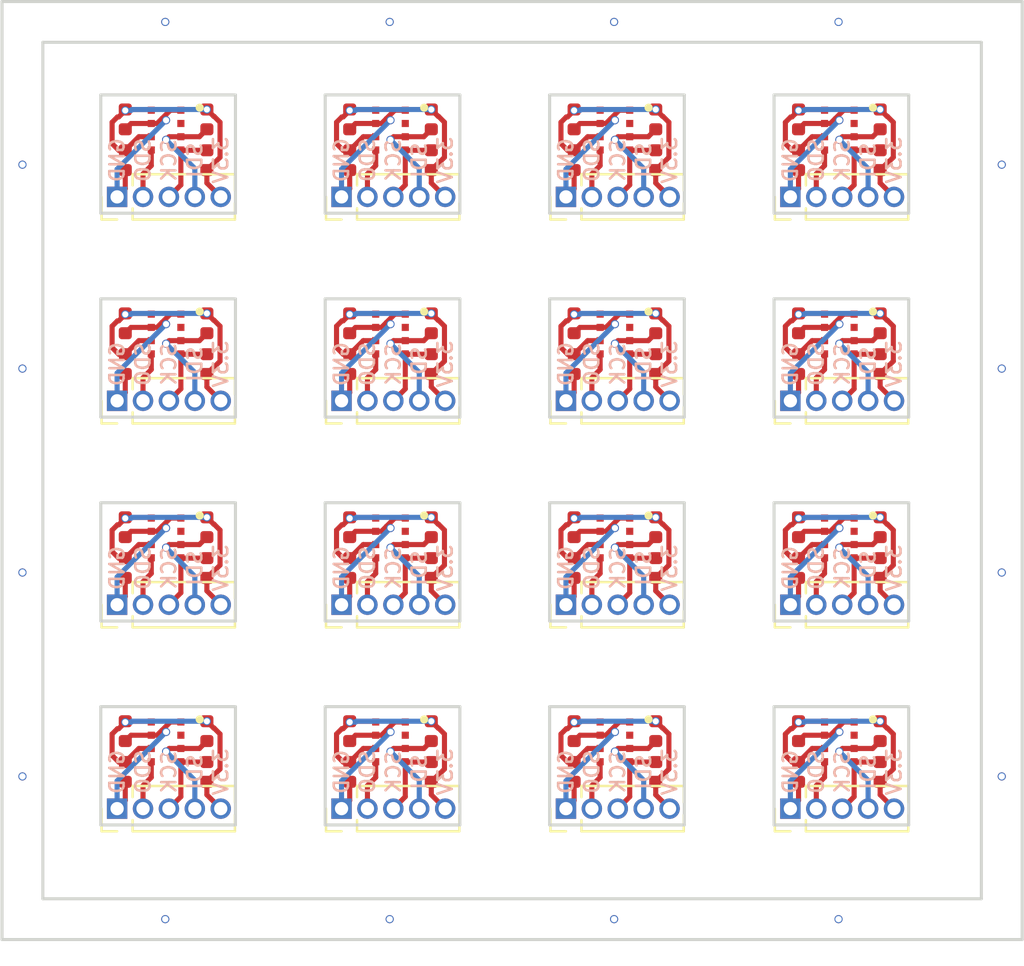
<source format=kicad_pcb>
(kicad_pcb (version 20171130) (host pcbnew 5.1.5-52549c5~84~ubuntu18.04.1)
  (layers (0 F.Cu signal) (31 B.Cu signal) (34 B.Paste user) (35 F.Paste user) (36 B.SilkS user) (37 F.SilkS user) (38 B.Mask user) (39 F.Mask user) (44 Edge.Cuts user))
  (net 0 "")
  (net 1 +3V3)
  (net 2 GND)
  (net 3 /sck)
  (net 4 /sdi)
  (net 5 /sdo)
  (net 6 "Net-(U1-Pad2)")
  (module Connector_PinHeader_1.27mm:PinHeader_1x05_P1.27mm_Vertical (layer F.Cu) (at 163.64 104.58 90)
    (fp_text reference J1 hide)
    (fp_text value Conn_01x05_Female)
    (pad 5 thru_hole oval (at 0 5.08 90) (size 1 1) (drill 0.65) (layers *.Cu *.Mask) (net 1 +3V3))
    (pad 4 thru_hole oval (at 0 3.81 90) (size 1 1) (drill 0.65) (layers *.Cu *.Mask) (net 4 /sdi))
    (pad 3 thru_hole oval (at 0 2.54 90) (size 1 1) (drill 0.65) (layers *.Cu *.Mask) (net 3 /sck))
    (pad 2 thru_hole oval (at 0 1.27 90) (size 1 1) (drill 0.65) (layers *.Cu *.Mask) (net 5 /sdo))
    (pad 1 thru_hole rect (at 0 0 90) (size 1 1) (drill 0.65) (layers *.Cu *.Mask) (net 2 GND))
  )
  (module Connector_PinHeader_1.27mm:PinHeader_1x05_P1.27mm_Vertical (layer F.Cu) (at 152.64 104.58 90)
    (fp_text reference J1 hide)
    (fp_text value Conn_01x05_Female)
    (pad 5 thru_hole oval (at 0 5.08 90) (size 1 1) (drill 0.65) (layers *.Cu *.Mask) (net 1 +3V3))
    (pad 4 thru_hole oval (at 0 3.81 90) (size 1 1) (drill 0.65) (layers *.Cu *.Mask) (net 4 /sdi))
    (pad 3 thru_hole oval (at 0 2.54 90) (size 1 1) (drill 0.65) (layers *.Cu *.Mask) (net 3 /sck))
    (pad 2 thru_hole oval (at 0 1.27 90) (size 1 1) (drill 0.65) (layers *.Cu *.Mask) (net 5 /sdo))
    (pad 1 thru_hole rect (at 0 0 90) (size 1 1) (drill 0.65) (layers *.Cu *.Mask) (net 2 GND))
  )
  (module Connector_PinHeader_1.27mm:PinHeader_1x05_P1.27mm_Vertical (layer F.Cu) (at 141.64 104.58 90)
    (fp_text reference J1 hide)
    (fp_text value Conn_01x05_Female)
    (pad 5 thru_hole oval (at 0 5.08 90) (size 1 1) (drill 0.65) (layers *.Cu *.Mask) (net 1 +3V3))
    (pad 4 thru_hole oval (at 0 3.81 90) (size 1 1) (drill 0.65) (layers *.Cu *.Mask) (net 4 /sdi))
    (pad 3 thru_hole oval (at 0 2.54 90) (size 1 1) (drill 0.65) (layers *.Cu *.Mask) (net 3 /sck))
    (pad 2 thru_hole oval (at 0 1.27 90) (size 1 1) (drill 0.65) (layers *.Cu *.Mask) (net 5 /sdo))
    (pad 1 thru_hole rect (at 0 0 90) (size 1 1) (drill 0.65) (layers *.Cu *.Mask) (net 2 GND))
  )
  (module Connector_PinHeader_1.27mm:PinHeader_1x05_P1.27mm_Vertical (layer F.Cu) (at 130.64 104.58 90)
    (fp_text reference J1 hide)
    (fp_text value Conn_01x05_Female)
    (pad 5 thru_hole oval (at 0 5.08 90) (size 1 1) (drill 0.65) (layers *.Cu *.Mask) (net 1 +3V3))
    (pad 4 thru_hole oval (at 0 3.81 90) (size 1 1) (drill 0.65) (layers *.Cu *.Mask) (net 4 /sdi))
    (pad 3 thru_hole oval (at 0 2.54 90) (size 1 1) (drill 0.65) (layers *.Cu *.Mask) (net 3 /sck))
    (pad 2 thru_hole oval (at 0 1.27 90) (size 1 1) (drill 0.65) (layers *.Cu *.Mask) (net 5 /sdo))
    (pad 1 thru_hole rect (at 0 0 90) (size 1 1) (drill 0.65) (layers *.Cu *.Mask) (net 2 GND))
  )
  (module Connector_PinHeader_1.27mm:PinHeader_1x05_P1.27mm_Vertical (layer F.Cu) (at 163.64 94.58 90)
    (fp_text reference J1 hide)
    (fp_text value Conn_01x05_Female)
    (pad 5 thru_hole oval (at 0 5.08 90) (size 1 1) (drill 0.65) (layers *.Cu *.Mask) (net 1 +3V3))
    (pad 4 thru_hole oval (at 0 3.81 90) (size 1 1) (drill 0.65) (layers *.Cu *.Mask) (net 4 /sdi))
    (pad 3 thru_hole oval (at 0 2.54 90) (size 1 1) (drill 0.65) (layers *.Cu *.Mask) (net 3 /sck))
    (pad 2 thru_hole oval (at 0 1.27 90) (size 1 1) (drill 0.65) (layers *.Cu *.Mask) (net 5 /sdo))
    (pad 1 thru_hole rect (at 0 0 90) (size 1 1) (drill 0.65) (layers *.Cu *.Mask) (net 2 GND))
  )
  (module Connector_PinHeader_1.27mm:PinHeader_1x05_P1.27mm_Vertical (layer F.Cu) (at 152.64 94.58 90)
    (fp_text reference J1 hide)
    (fp_text value Conn_01x05_Female)
    (pad 5 thru_hole oval (at 0 5.08 90) (size 1 1) (drill 0.65) (layers *.Cu *.Mask) (net 1 +3V3))
    (pad 4 thru_hole oval (at 0 3.81 90) (size 1 1) (drill 0.65) (layers *.Cu *.Mask) (net 4 /sdi))
    (pad 3 thru_hole oval (at 0 2.54 90) (size 1 1) (drill 0.65) (layers *.Cu *.Mask) (net 3 /sck))
    (pad 2 thru_hole oval (at 0 1.27 90) (size 1 1) (drill 0.65) (layers *.Cu *.Mask) (net 5 /sdo))
    (pad 1 thru_hole rect (at 0 0 90) (size 1 1) (drill 0.65) (layers *.Cu *.Mask) (net 2 GND))
  )
  (module Connector_PinHeader_1.27mm:PinHeader_1x05_P1.27mm_Vertical (layer F.Cu) (at 141.64 94.58 90)
    (fp_text reference J1 hide)
    (fp_text value Conn_01x05_Female)
    (pad 5 thru_hole oval (at 0 5.08 90) (size 1 1) (drill 0.65) (layers *.Cu *.Mask) (net 1 +3V3))
    (pad 4 thru_hole oval (at 0 3.81 90) (size 1 1) (drill 0.65) (layers *.Cu *.Mask) (net 4 /sdi))
    (pad 3 thru_hole oval (at 0 2.54 90) (size 1 1) (drill 0.65) (layers *.Cu *.Mask) (net 3 /sck))
    (pad 2 thru_hole oval (at 0 1.27 90) (size 1 1) (drill 0.65) (layers *.Cu *.Mask) (net 5 /sdo))
    (pad 1 thru_hole rect (at 0 0 90) (size 1 1) (drill 0.65) (layers *.Cu *.Mask) (net 2 GND))
  )
  (module Connector_PinHeader_1.27mm:PinHeader_1x05_P1.27mm_Vertical (layer F.Cu) (at 130.64 94.58 90)
    (fp_text reference J1 hide)
    (fp_text value Conn_01x05_Female)
    (pad 5 thru_hole oval (at 0 5.08 90) (size 1 1) (drill 0.65) (layers *.Cu *.Mask) (net 1 +3V3))
    (pad 4 thru_hole oval (at 0 3.81 90) (size 1 1) (drill 0.65) (layers *.Cu *.Mask) (net 4 /sdi))
    (pad 3 thru_hole oval (at 0 2.54 90) (size 1 1) (drill 0.65) (layers *.Cu *.Mask) (net 3 /sck))
    (pad 2 thru_hole oval (at 0 1.27 90) (size 1 1) (drill 0.65) (layers *.Cu *.Mask) (net 5 /sdo))
    (pad 1 thru_hole rect (at 0 0 90) (size 1 1) (drill 0.65) (layers *.Cu *.Mask) (net 2 GND))
  )
  (module Connector_PinHeader_1.27mm:PinHeader_1x05_P1.27mm_Vertical (layer F.Cu) (at 163.64 84.58 90)
    (fp_text reference J1 hide)
    (fp_text value Conn_01x05_Female)
    (pad 5 thru_hole oval (at 0 5.08 90) (size 1 1) (drill 0.65) (layers *.Cu *.Mask) (net 1 +3V3))
    (pad 4 thru_hole oval (at 0 3.81 90) (size 1 1) (drill 0.65) (layers *.Cu *.Mask) (net 4 /sdi))
    (pad 3 thru_hole oval (at 0 2.54 90) (size 1 1) (drill 0.65) (layers *.Cu *.Mask) (net 3 /sck))
    (pad 2 thru_hole oval (at 0 1.27 90) (size 1 1) (drill 0.65) (layers *.Cu *.Mask) (net 5 /sdo))
    (pad 1 thru_hole rect (at 0 0 90) (size 1 1) (drill 0.65) (layers *.Cu *.Mask) (net 2 GND))
  )
  (module Connector_PinHeader_1.27mm:PinHeader_1x05_P1.27mm_Vertical (layer F.Cu) (at 152.64 84.58 90)
    (fp_text reference J1 hide)
    (fp_text value Conn_01x05_Female)
    (pad 5 thru_hole oval (at 0 5.08 90) (size 1 1) (drill 0.65) (layers *.Cu *.Mask) (net 1 +3V3))
    (pad 4 thru_hole oval (at 0 3.81 90) (size 1 1) (drill 0.65) (layers *.Cu *.Mask) (net 4 /sdi))
    (pad 3 thru_hole oval (at 0 2.54 90) (size 1 1) (drill 0.65) (layers *.Cu *.Mask) (net 3 /sck))
    (pad 2 thru_hole oval (at 0 1.27 90) (size 1 1) (drill 0.65) (layers *.Cu *.Mask) (net 5 /sdo))
    (pad 1 thru_hole rect (at 0 0 90) (size 1 1) (drill 0.65) (layers *.Cu *.Mask) (net 2 GND))
  )
  (module Connector_PinHeader_1.27mm:PinHeader_1x05_P1.27mm_Vertical (layer F.Cu) (at 141.64 84.58 90)
    (fp_text reference J1 hide)
    (fp_text value Conn_01x05_Female)
    (pad 5 thru_hole oval (at 0 5.08 90) (size 1 1) (drill 0.65) (layers *.Cu *.Mask) (net 1 +3V3))
    (pad 4 thru_hole oval (at 0 3.81 90) (size 1 1) (drill 0.65) (layers *.Cu *.Mask) (net 4 /sdi))
    (pad 3 thru_hole oval (at 0 2.54 90) (size 1 1) (drill 0.65) (layers *.Cu *.Mask) (net 3 /sck))
    (pad 2 thru_hole oval (at 0 1.27 90) (size 1 1) (drill 0.65) (layers *.Cu *.Mask) (net 5 /sdo))
    (pad 1 thru_hole rect (at 0 0 90) (size 1 1) (drill 0.65) (layers *.Cu *.Mask) (net 2 GND))
  )
  (module Connector_PinHeader_1.27mm:PinHeader_1x05_P1.27mm_Vertical (layer F.Cu) (at 130.64 84.58 90)
    (fp_text reference J1 hide)
    (fp_text value Conn_01x05_Female)
    (pad 5 thru_hole oval (at 0 5.08 90) (size 1 1) (drill 0.65) (layers *.Cu *.Mask) (net 1 +3V3))
    (pad 4 thru_hole oval (at 0 3.81 90) (size 1 1) (drill 0.65) (layers *.Cu *.Mask) (net 4 /sdi))
    (pad 3 thru_hole oval (at 0 2.54 90) (size 1 1) (drill 0.65) (layers *.Cu *.Mask) (net 3 /sck))
    (pad 2 thru_hole oval (at 0 1.27 90) (size 1 1) (drill 0.65) (layers *.Cu *.Mask) (net 5 /sdo))
    (pad 1 thru_hole rect (at 0 0 90) (size 1 1) (drill 0.65) (layers *.Cu *.Mask) (net 2 GND))
  )
  (module Connector_PinHeader_1.27mm:PinHeader_1x05_P1.27mm_Vertical (layer F.Cu) (at 163.64 74.58 90)
    (fp_text reference J1 hide)
    (fp_text value Conn_01x05_Female)
    (pad 5 thru_hole oval (at 0 5.08 90) (size 1 1) (drill 0.65) (layers *.Cu *.Mask) (net 1 +3V3))
    (pad 4 thru_hole oval (at 0 3.81 90) (size 1 1) (drill 0.65) (layers *.Cu *.Mask) (net 4 /sdi))
    (pad 3 thru_hole oval (at 0 2.54 90) (size 1 1) (drill 0.65) (layers *.Cu *.Mask) (net 3 /sck))
    (pad 2 thru_hole oval (at 0 1.27 90) (size 1 1) (drill 0.65) (layers *.Cu *.Mask) (net 5 /sdo))
    (pad 1 thru_hole rect (at 0 0 90) (size 1 1) (drill 0.65) (layers *.Cu *.Mask) (net 2 GND))
  )
  (module Connector_PinHeader_1.27mm:PinHeader_1x05_P1.27mm_Vertical (layer F.Cu) (at 152.64 74.58 90)
    (fp_text reference J1 hide)
    (fp_text value Conn_01x05_Female)
    (pad 5 thru_hole oval (at 0 5.08 90) (size 1 1) (drill 0.65) (layers *.Cu *.Mask) (net 1 +3V3))
    (pad 4 thru_hole oval (at 0 3.81 90) (size 1 1) (drill 0.65) (layers *.Cu *.Mask) (net 4 /sdi))
    (pad 3 thru_hole oval (at 0 2.54 90) (size 1 1) (drill 0.65) (layers *.Cu *.Mask) (net 3 /sck))
    (pad 2 thru_hole oval (at 0 1.27 90) (size 1 1) (drill 0.65) (layers *.Cu *.Mask) (net 5 /sdo))
    (pad 1 thru_hole rect (at 0 0 90) (size 1 1) (drill 0.65) (layers *.Cu *.Mask) (net 2 GND))
  )
  (module Connector_PinHeader_1.27mm:PinHeader_1x05_P1.27mm_Vertical (layer F.Cu) (at 141.64 74.58 90)
    (fp_text reference J1 hide)
    (fp_text value Conn_01x05_Female)
    (pad 5 thru_hole oval (at 0 5.08 90) (size 1 1) (drill 0.65) (layers *.Cu *.Mask) (net 1 +3V3))
    (pad 4 thru_hole oval (at 0 3.81 90) (size 1 1) (drill 0.65) (layers *.Cu *.Mask) (net 4 /sdi))
    (pad 3 thru_hole oval (at 0 2.54 90) (size 1 1) (drill 0.65) (layers *.Cu *.Mask) (net 3 /sck))
    (pad 2 thru_hole oval (at 0 1.27 90) (size 1 1) (drill 0.65) (layers *.Cu *.Mask) (net 5 /sdo))
    (pad 1 thru_hole rect (at 0 0 90) (size 1 1) (drill 0.65) (layers *.Cu *.Mask) (net 2 GND))
  )
  (module custom_lib:XDCR_DPS368XTSA1 (layer F.Cu) (at 166.04 101.305001)
    (fp_text reference U1 hide)
    (fp_text value DPS368XTSA1)
    (pad 4 smd rect (at 0.725 0.975) (size 0.35 0.35) (layers F.Cu F.Mask) (net 3 /sck))
    (pad 5 smd rect (at -0.725 0.975) (size 0.35 0.35) (layers F.Cu F.Mask) (net 5 /sdo))
    (pad 1 smd rect (at 0.725 -0.975) (size 0.35 0.35) (layers F.Cu F.Mask) (net 2 GND))
    (pad 8 smd rect (at -0.725 -0.975) (size 0.35 0.35) (layers F.Cu F.Mask) (net 1 +3V3))
    (pad 3 smd rect (at 0.725 0.325) (size 0.35 0.35) (layers F.Cu F.Mask) (net 4 /sdi))
    (pad 6 smd rect (at -0.725 0.325) (size 0.35 0.35) (layers F.Cu F.Mask) (net 1 +3V3))
    (pad 2 smd rect (at 0.725 -0.325) (size 0.35 0.35) (layers F.Cu F.Mask) (net 6 "Net-(U1-Pad2)"))
    (pad 7 smd rect (at -0.725 -0.325) (size 0.35 0.35) (layers F.Cu F.Mask) (net 2 GND))
  )
  (module custom_lib:XDCR_DPS368XTSA1 (layer F.Cu) (at 155.04 101.305001)
    (fp_text reference U1 hide)
    (fp_text value DPS368XTSA1)
    (pad 4 smd rect (at 0.725 0.975) (size 0.35 0.35) (layers F.Cu F.Mask) (net 3 /sck))
    (pad 5 smd rect (at -0.725 0.975) (size 0.35 0.35) (layers F.Cu F.Mask) (net 5 /sdo))
    (pad 1 smd rect (at 0.725 -0.975) (size 0.35 0.35) (layers F.Cu F.Mask) (net 2 GND))
    (pad 8 smd rect (at -0.725 -0.975) (size 0.35 0.35) (layers F.Cu F.Mask) (net 1 +3V3))
    (pad 3 smd rect (at 0.725 0.325) (size 0.35 0.35) (layers F.Cu F.Mask) (net 4 /sdi))
    (pad 6 smd rect (at -0.725 0.325) (size 0.35 0.35) (layers F.Cu F.Mask) (net 1 +3V3))
    (pad 2 smd rect (at 0.725 -0.325) (size 0.35 0.35) (layers F.Cu F.Mask) (net 6 "Net-(U1-Pad2)"))
    (pad 7 smd rect (at -0.725 -0.325) (size 0.35 0.35) (layers F.Cu F.Mask) (net 2 GND))
  )
  (module custom_lib:XDCR_DPS368XTSA1 (layer F.Cu) (at 144.04 101.305001)
    (fp_text reference U1 hide)
    (fp_text value DPS368XTSA1)
    (pad 4 smd rect (at 0.725 0.975) (size 0.35 0.35) (layers F.Cu F.Mask) (net 3 /sck))
    (pad 5 smd rect (at -0.725 0.975) (size 0.35 0.35) (layers F.Cu F.Mask) (net 5 /sdo))
    (pad 1 smd rect (at 0.725 -0.975) (size 0.35 0.35) (layers F.Cu F.Mask) (net 2 GND))
    (pad 8 smd rect (at -0.725 -0.975) (size 0.35 0.35) (layers F.Cu F.Mask) (net 1 +3V3))
    (pad 3 smd rect (at 0.725 0.325) (size 0.35 0.35) (layers F.Cu F.Mask) (net 4 /sdi))
    (pad 6 smd rect (at -0.725 0.325) (size 0.35 0.35) (layers F.Cu F.Mask) (net 1 +3V3))
    (pad 2 smd rect (at 0.725 -0.325) (size 0.35 0.35) (layers F.Cu F.Mask) (net 6 "Net-(U1-Pad2)"))
    (pad 7 smd rect (at -0.725 -0.325) (size 0.35 0.35) (layers F.Cu F.Mask) (net 2 GND))
  )
  (module custom_lib:XDCR_DPS368XTSA1 (layer F.Cu) (at 133.04 101.305001)
    (fp_text reference U1 hide)
    (fp_text value DPS368XTSA1)
    (pad 4 smd rect (at 0.725 0.975) (size 0.35 0.35) (layers F.Cu F.Mask) (net 3 /sck))
    (pad 5 smd rect (at -0.725 0.975) (size 0.35 0.35) (layers F.Cu F.Mask) (net 5 /sdo))
    (pad 1 smd rect (at 0.725 -0.975) (size 0.35 0.35) (layers F.Cu F.Mask) (net 2 GND))
    (pad 8 smd rect (at -0.725 -0.975) (size 0.35 0.35) (layers F.Cu F.Mask) (net 1 +3V3))
    (pad 3 smd rect (at 0.725 0.325) (size 0.35 0.35) (layers F.Cu F.Mask) (net 4 /sdi))
    (pad 6 smd rect (at -0.725 0.325) (size 0.35 0.35) (layers F.Cu F.Mask) (net 1 +3V3))
    (pad 2 smd rect (at 0.725 -0.325) (size 0.35 0.35) (layers F.Cu F.Mask) (net 6 "Net-(U1-Pad2)"))
    (pad 7 smd rect (at -0.725 -0.325) (size 0.35 0.35) (layers F.Cu F.Mask) (net 2 GND))
  )
  (module custom_lib:XDCR_DPS368XTSA1 (layer F.Cu) (at 166.04 91.305001)
    (fp_text reference U1 hide)
    (fp_text value DPS368XTSA1)
    (pad 4 smd rect (at 0.725 0.975) (size 0.35 0.35) (layers F.Cu F.Mask) (net 3 /sck))
    (pad 5 smd rect (at -0.725 0.975) (size 0.35 0.35) (layers F.Cu F.Mask) (net 5 /sdo))
    (pad 1 smd rect (at 0.725 -0.975) (size 0.35 0.35) (layers F.Cu F.Mask) (net 2 GND))
    (pad 8 smd rect (at -0.725 -0.975) (size 0.35 0.35) (layers F.Cu F.Mask) (net 1 +3V3))
    (pad 3 smd rect (at 0.725 0.325) (size 0.35 0.35) (layers F.Cu F.Mask) (net 4 /sdi))
    (pad 6 smd rect (at -0.725 0.325) (size 0.35 0.35) (layers F.Cu F.Mask) (net 1 +3V3))
    (pad 2 smd rect (at 0.725 -0.325) (size 0.35 0.35) (layers F.Cu F.Mask) (net 6 "Net-(U1-Pad2)"))
    (pad 7 smd rect (at -0.725 -0.325) (size 0.35 0.35) (layers F.Cu F.Mask) (net 2 GND))
  )
  (module custom_lib:XDCR_DPS368XTSA1 (layer F.Cu) (at 155.04 91.305001)
    (fp_text reference U1 hide)
    (fp_text value DPS368XTSA1)
    (pad 4 smd rect (at 0.725 0.975) (size 0.35 0.35) (layers F.Cu F.Mask) (net 3 /sck))
    (pad 5 smd rect (at -0.725 0.975) (size 0.35 0.35) (layers F.Cu F.Mask) (net 5 /sdo))
    (pad 1 smd rect (at 0.725 -0.975) (size 0.35 0.35) (layers F.Cu F.Mask) (net 2 GND))
    (pad 8 smd rect (at -0.725 -0.975) (size 0.35 0.35) (layers F.Cu F.Mask) (net 1 +3V3))
    (pad 3 smd rect (at 0.725 0.325) (size 0.35 0.35) (layers F.Cu F.Mask) (net 4 /sdi))
    (pad 6 smd rect (at -0.725 0.325) (size 0.35 0.35) (layers F.Cu F.Mask) (net 1 +3V3))
    (pad 2 smd rect (at 0.725 -0.325) (size 0.35 0.35) (layers F.Cu F.Mask) (net 6 "Net-(U1-Pad2)"))
    (pad 7 smd rect (at -0.725 -0.325) (size 0.35 0.35) (layers F.Cu F.Mask) (net 2 GND))
  )
  (module custom_lib:XDCR_DPS368XTSA1 (layer F.Cu) (at 144.04 91.305001)
    (fp_text reference U1 hide)
    (fp_text value DPS368XTSA1)
    (pad 4 smd rect (at 0.725 0.975) (size 0.35 0.35) (layers F.Cu F.Mask) (net 3 /sck))
    (pad 5 smd rect (at -0.725 0.975) (size 0.35 0.35) (layers F.Cu F.Mask) (net 5 /sdo))
    (pad 1 smd rect (at 0.725 -0.975) (size 0.35 0.35) (layers F.Cu F.Mask) (net 2 GND))
    (pad 8 smd rect (at -0.725 -0.975) (size 0.35 0.35) (layers F.Cu F.Mask) (net 1 +3V3))
    (pad 3 smd rect (at 0.725 0.325) (size 0.35 0.35) (layers F.Cu F.Mask) (net 4 /sdi))
    (pad 6 smd rect (at -0.725 0.325) (size 0.35 0.35) (layers F.Cu F.Mask) (net 1 +3V3))
    (pad 2 smd rect (at 0.725 -0.325) (size 0.35 0.35) (layers F.Cu F.Mask) (net 6 "Net-(U1-Pad2)"))
    (pad 7 smd rect (at -0.725 -0.325) (size 0.35 0.35) (layers F.Cu F.Mask) (net 2 GND))
  )
  (module custom_lib:XDCR_DPS368XTSA1 (layer F.Cu) (at 133.04 91.305001)
    (fp_text reference U1 hide)
    (fp_text value DPS368XTSA1)
    (pad 4 smd rect (at 0.725 0.975) (size 0.35 0.35) (layers F.Cu F.Mask) (net 3 /sck))
    (pad 5 smd rect (at -0.725 0.975) (size 0.35 0.35) (layers F.Cu F.Mask) (net 5 /sdo))
    (pad 1 smd rect (at 0.725 -0.975) (size 0.35 0.35) (layers F.Cu F.Mask) (net 2 GND))
    (pad 8 smd rect (at -0.725 -0.975) (size 0.35 0.35) (layers F.Cu F.Mask) (net 1 +3V3))
    (pad 3 smd rect (at 0.725 0.325) (size 0.35 0.35) (layers F.Cu F.Mask) (net 4 /sdi))
    (pad 6 smd rect (at -0.725 0.325) (size 0.35 0.35) (layers F.Cu F.Mask) (net 1 +3V3))
    (pad 2 smd rect (at 0.725 -0.325) (size 0.35 0.35) (layers F.Cu F.Mask) (net 6 "Net-(U1-Pad2)"))
    (pad 7 smd rect (at -0.725 -0.325) (size 0.35 0.35) (layers F.Cu F.Mask) (net 2 GND))
  )
  (module custom_lib:XDCR_DPS368XTSA1 (layer F.Cu) (at 166.04 81.305001)
    (fp_text reference U1 hide)
    (fp_text value DPS368XTSA1)
    (pad 4 smd rect (at 0.725 0.975) (size 0.35 0.35) (layers F.Cu F.Mask) (net 3 /sck))
    (pad 5 smd rect (at -0.725 0.975) (size 0.35 0.35) (layers F.Cu F.Mask) (net 5 /sdo))
    (pad 1 smd rect (at 0.725 -0.975) (size 0.35 0.35) (layers F.Cu F.Mask) (net 2 GND))
    (pad 8 smd rect (at -0.725 -0.975) (size 0.35 0.35) (layers F.Cu F.Mask) (net 1 +3V3))
    (pad 3 smd rect (at 0.725 0.325) (size 0.35 0.35) (layers F.Cu F.Mask) (net 4 /sdi))
    (pad 6 smd rect (at -0.725 0.325) (size 0.35 0.35) (layers F.Cu F.Mask) (net 1 +3V3))
    (pad 2 smd rect (at 0.725 -0.325) (size 0.35 0.35) (layers F.Cu F.Mask) (net 6 "Net-(U1-Pad2)"))
    (pad 7 smd rect (at -0.725 -0.325) (size 0.35 0.35) (layers F.Cu F.Mask) (net 2 GND))
  )
  (module custom_lib:XDCR_DPS368XTSA1 (layer F.Cu) (at 155.04 81.305001)
    (fp_text reference U1 hide)
    (fp_text value DPS368XTSA1)
    (pad 4 smd rect (at 0.725 0.975) (size 0.35 0.35) (layers F.Cu F.Mask) (net 3 /sck))
    (pad 5 smd rect (at -0.725 0.975) (size 0.35 0.35) (layers F.Cu F.Mask) (net 5 /sdo))
    (pad 1 smd rect (at 0.725 -0.975) (size 0.35 0.35) (layers F.Cu F.Mask) (net 2 GND))
    (pad 8 smd rect (at -0.725 -0.975) (size 0.35 0.35) (layers F.Cu F.Mask) (net 1 +3V3))
    (pad 3 smd rect (at 0.725 0.325) (size 0.35 0.35) (layers F.Cu F.Mask) (net 4 /sdi))
    (pad 6 smd rect (at -0.725 0.325) (size 0.35 0.35) (layers F.Cu F.Mask) (net 1 +3V3))
    (pad 2 smd rect (at 0.725 -0.325) (size 0.35 0.35) (layers F.Cu F.Mask) (net 6 "Net-(U1-Pad2)"))
    (pad 7 smd rect (at -0.725 -0.325) (size 0.35 0.35) (layers F.Cu F.Mask) (net 2 GND))
  )
  (module custom_lib:XDCR_DPS368XTSA1 (layer F.Cu) (at 144.04 81.305001)
    (fp_text reference U1 hide)
    (fp_text value DPS368XTSA1)
    (pad 4 smd rect (at 0.725 0.975) (size 0.35 0.35) (layers F.Cu F.Mask) (net 3 /sck))
    (pad 5 smd rect (at -0.725 0.975) (size 0.35 0.35) (layers F.Cu F.Mask) (net 5 /sdo))
    (pad 1 smd rect (at 0.725 -0.975) (size 0.35 0.35) (layers F.Cu F.Mask) (net 2 GND))
    (pad 8 smd rect (at -0.725 -0.975) (size 0.35 0.35) (layers F.Cu F.Mask) (net 1 +3V3))
    (pad 3 smd rect (at 0.725 0.325) (size 0.35 0.35) (layers F.Cu F.Mask) (net 4 /sdi))
    (pad 6 smd rect (at -0.725 0.325) (size 0.35 0.35) (layers F.Cu F.Mask) (net 1 +3V3))
    (pad 2 smd rect (at 0.725 -0.325) (size 0.35 0.35) (layers F.Cu F.Mask) (net 6 "Net-(U1-Pad2)"))
    (pad 7 smd rect (at -0.725 -0.325) (size 0.35 0.35) (layers F.Cu F.Mask) (net 2 GND))
  )
  (module custom_lib:XDCR_DPS368XTSA1 (layer F.Cu) (at 133.04 81.305001)
    (fp_text reference U1 hide)
    (fp_text value DPS368XTSA1)
    (pad 4 smd rect (at 0.725 0.975) (size 0.35 0.35) (layers F.Cu F.Mask) (net 3 /sck))
    (pad 5 smd rect (at -0.725 0.975) (size 0.35 0.35) (layers F.Cu F.Mask) (net 5 /sdo))
    (pad 1 smd rect (at 0.725 -0.975) (size 0.35 0.35) (layers F.Cu F.Mask) (net 2 GND))
    (pad 8 smd rect (at -0.725 -0.975) (size 0.35 0.35) (layers F.Cu F.Mask) (net 1 +3V3))
    (pad 3 smd rect (at 0.725 0.325) (size 0.35 0.35) (layers F.Cu F.Mask) (net 4 /sdi))
    (pad 6 smd rect (at -0.725 0.325) (size 0.35 0.35) (layers F.Cu F.Mask) (net 1 +3V3))
    (pad 2 smd rect (at 0.725 -0.325) (size 0.35 0.35) (layers F.Cu F.Mask) (net 6 "Net-(U1-Pad2)"))
    (pad 7 smd rect (at -0.725 -0.325) (size 0.35 0.35) (layers F.Cu F.Mask) (net 2 GND))
  )
  (module custom_lib:XDCR_DPS368XTSA1 (layer F.Cu) (at 166.04 71.305001)
    (fp_text reference U1 hide)
    (fp_text value DPS368XTSA1)
    (pad 4 smd rect (at 0.725 0.975) (size 0.35 0.35) (layers F.Cu F.Mask) (net 3 /sck))
    (pad 5 smd rect (at -0.725 0.975) (size 0.35 0.35) (layers F.Cu F.Mask) (net 5 /sdo))
    (pad 1 smd rect (at 0.725 -0.975) (size 0.35 0.35) (layers F.Cu F.Mask) (net 2 GND))
    (pad 8 smd rect (at -0.725 -0.975) (size 0.35 0.35) (layers F.Cu F.Mask) (net 1 +3V3))
    (pad 3 smd rect (at 0.725 0.325) (size 0.35 0.35) (layers F.Cu F.Mask) (net 4 /sdi))
    (pad 6 smd rect (at -0.725 0.325) (size 0.35 0.35) (layers F.Cu F.Mask) (net 1 +3V3))
    (pad 2 smd rect (at 0.725 -0.325) (size 0.35 0.35) (layers F.Cu F.Mask) (net 6 "Net-(U1-Pad2)"))
    (pad 7 smd rect (at -0.725 -0.325) (size 0.35 0.35) (layers F.Cu F.Mask) (net 2 GND))
  )
  (module custom_lib:XDCR_DPS368XTSA1 (layer F.Cu) (at 155.04 71.305001)
    (fp_text reference U1 hide)
    (fp_text value DPS368XTSA1)
    (pad 4 smd rect (at 0.725 0.975) (size 0.35 0.35) (layers F.Cu F.Mask) (net 3 /sck))
    (pad 5 smd rect (at -0.725 0.975) (size 0.35 0.35) (layers F.Cu F.Mask) (net 5 /sdo))
    (pad 1 smd rect (at 0.725 -0.975) (size 0.35 0.35) (layers F.Cu F.Mask) (net 2 GND))
    (pad 8 smd rect (at -0.725 -0.975) (size 0.35 0.35) (layers F.Cu F.Mask) (net 1 +3V3))
    (pad 3 smd rect (at 0.725 0.325) (size 0.35 0.35) (layers F.Cu F.Mask) (net 4 /sdi))
    (pad 6 smd rect (at -0.725 0.325) (size 0.35 0.35) (layers F.Cu F.Mask) (net 1 +3V3))
    (pad 2 smd rect (at 0.725 -0.325) (size 0.35 0.35) (layers F.Cu F.Mask) (net 6 "Net-(U1-Pad2)"))
    (pad 7 smd rect (at -0.725 -0.325) (size 0.35 0.35) (layers F.Cu F.Mask) (net 2 GND))
  )
  (module custom_lib:XDCR_DPS368XTSA1 (layer F.Cu) (at 144.04 71.305001)
    (fp_text reference U1 hide)
    (fp_text value DPS368XTSA1)
    (pad 4 smd rect (at 0.725 0.975) (size 0.35 0.35) (layers F.Cu F.Mask) (net 3 /sck))
    (pad 5 smd rect (at -0.725 0.975) (size 0.35 0.35) (layers F.Cu F.Mask) (net 5 /sdo))
    (pad 1 smd rect (at 0.725 -0.975) (size 0.35 0.35) (layers F.Cu F.Mask) (net 2 GND))
    (pad 8 smd rect (at -0.725 -0.975) (size 0.35 0.35) (layers F.Cu F.Mask) (net 1 +3V3))
    (pad 3 smd rect (at 0.725 0.325) (size 0.35 0.35) (layers F.Cu F.Mask) (net 4 /sdi))
    (pad 6 smd rect (at -0.725 0.325) (size 0.35 0.35) (layers F.Cu F.Mask) (net 1 +3V3))
    (pad 2 smd rect (at 0.725 -0.325) (size 0.35 0.35) (layers F.Cu F.Mask) (net 6 "Net-(U1-Pad2)"))
    (pad 7 smd rect (at -0.725 -0.325) (size 0.35 0.35) (layers F.Cu F.Mask) (net 2 GND))
  )
  (module Capacitor_SMD:C_0402_1005Metric (layer F.Cu) (at 164.04 100.78 90)
    (fp_text reference C1 hide)
    (fp_text value 100n)
    (pad 2 smd roundrect (at 0.485 0 90) (size 0.59 0.64) (layers F.Cu F.Paste F.Mask) (net 1 +3V3))
    (pad 1 smd roundrect (at -0.485 0 90) (size 0.59 0.64) (layers F.Cu F.Paste F.Mask) (net 2 GND))
  )
  (module Capacitor_SMD:C_0402_1005Metric (layer F.Cu) (at 153.04 100.78 90)
    (fp_text reference C1 hide)
    (fp_text value 100n)
    (pad 2 smd roundrect (at 0.485 0 90) (size 0.59 0.64) (layers F.Cu F.Paste F.Mask) (net 1 +3V3))
    (pad 1 smd roundrect (at -0.485 0 90) (size 0.59 0.64) (layers F.Cu F.Paste F.Mask) (net 2 GND))
  )
  (module Capacitor_SMD:C_0402_1005Metric (layer F.Cu) (at 142.04 100.78 90)
    (fp_text reference C1 hide)
    (fp_text value 100n)
    (pad 2 smd roundrect (at 0.485 0 90) (size 0.59 0.64) (layers F.Cu F.Paste F.Mask) (net 1 +3V3))
    (pad 1 smd roundrect (at -0.485 0 90) (size 0.59 0.64) (layers F.Cu F.Paste F.Mask) (net 2 GND))
  )
  (module Capacitor_SMD:C_0402_1005Metric (layer F.Cu) (at 131.04 100.78 90)
    (fp_text reference C1 hide)
    (fp_text value 100n)
    (pad 2 smd roundrect (at 0.485 0 90) (size 0.59 0.64) (layers F.Cu F.Paste F.Mask) (net 1 +3V3))
    (pad 1 smd roundrect (at -0.485 0 90) (size 0.59 0.64) (layers F.Cu F.Paste F.Mask) (net 2 GND))
  )
  (module Capacitor_SMD:C_0402_1005Metric (layer F.Cu) (at 164.04 90.78 90)
    (fp_text reference C1 hide)
    (fp_text value 100n)
    (pad 2 smd roundrect (at 0.485 0 90) (size 0.59 0.64) (layers F.Cu F.Paste F.Mask) (net 1 +3V3))
    (pad 1 smd roundrect (at -0.485 0 90) (size 0.59 0.64) (layers F.Cu F.Paste F.Mask) (net 2 GND))
  )
  (module Capacitor_SMD:C_0402_1005Metric (layer F.Cu) (at 153.04 90.78 90)
    (fp_text reference C1 hide)
    (fp_text value 100n)
    (pad 2 smd roundrect (at 0.485 0 90) (size 0.59 0.64) (layers F.Cu F.Paste F.Mask) (net 1 +3V3))
    (pad 1 smd roundrect (at -0.485 0 90) (size 0.59 0.64) (layers F.Cu F.Paste F.Mask) (net 2 GND))
  )
  (module Capacitor_SMD:C_0402_1005Metric (layer F.Cu) (at 142.04 90.78 90)
    (fp_text reference C1 hide)
    (fp_text value 100n)
    (pad 2 smd roundrect (at 0.485 0 90) (size 0.59 0.64) (layers F.Cu F.Paste F.Mask) (net 1 +3V3))
    (pad 1 smd roundrect (at -0.485 0 90) (size 0.59 0.64) (layers F.Cu F.Paste F.Mask) (net 2 GND))
  )
  (module Capacitor_SMD:C_0402_1005Metric (layer F.Cu) (at 131.04 90.78 90)
    (fp_text reference C1 hide)
    (fp_text value 100n)
    (pad 2 smd roundrect (at 0.485 0 90) (size 0.59 0.64) (layers F.Cu F.Paste F.Mask) (net 1 +3V3))
    (pad 1 smd roundrect (at -0.485 0 90) (size 0.59 0.64) (layers F.Cu F.Paste F.Mask) (net 2 GND))
  )
  (module Capacitor_SMD:C_0402_1005Metric (layer F.Cu) (at 164.04 80.78 90)
    (fp_text reference C1 hide)
    (fp_text value 100n)
    (pad 2 smd roundrect (at 0.485 0 90) (size 0.59 0.64) (layers F.Cu F.Paste F.Mask) (net 1 +3V3))
    (pad 1 smd roundrect (at -0.485 0 90) (size 0.59 0.64) (layers F.Cu F.Paste F.Mask) (net 2 GND))
  )
  (module Capacitor_SMD:C_0402_1005Metric (layer F.Cu) (at 153.04 80.78 90)
    (fp_text reference C1 hide)
    (fp_text value 100n)
    (pad 2 smd roundrect (at 0.485 0 90) (size 0.59 0.64) (layers F.Cu F.Paste F.Mask) (net 1 +3V3))
    (pad 1 smd roundrect (at -0.485 0 90) (size 0.59 0.64) (layers F.Cu F.Paste F.Mask) (net 2 GND))
  )
  (module Capacitor_SMD:C_0402_1005Metric (layer F.Cu) (at 142.04 80.78 90)
    (fp_text reference C1 hide)
    (fp_text value 100n)
    (pad 2 smd roundrect (at 0.485 0 90) (size 0.59 0.64) (layers F.Cu F.Paste F.Mask) (net 1 +3V3))
    (pad 1 smd roundrect (at -0.485 0 90) (size 0.59 0.64) (layers F.Cu F.Paste F.Mask) (net 2 GND))
  )
  (module Capacitor_SMD:C_0402_1005Metric (layer F.Cu) (at 131.04 80.78 90)
    (fp_text reference C1 hide)
    (fp_text value 100n)
    (pad 2 smd roundrect (at 0.485 0 90) (size 0.59 0.64) (layers F.Cu F.Paste F.Mask) (net 1 +3V3))
    (pad 1 smd roundrect (at -0.485 0 90) (size 0.59 0.64) (layers F.Cu F.Paste F.Mask) (net 2 GND))
  )
  (module Capacitor_SMD:C_0402_1005Metric (layer F.Cu) (at 164.04 70.78 90)
    (fp_text reference C1 hide)
    (fp_text value 100n)
    (pad 2 smd roundrect (at 0.485 0 90) (size 0.59 0.64) (layers F.Cu F.Paste F.Mask) (net 1 +3V3))
    (pad 1 smd roundrect (at -0.485 0 90) (size 0.59 0.64) (layers F.Cu F.Paste F.Mask) (net 2 GND))
  )
  (module Capacitor_SMD:C_0402_1005Metric (layer F.Cu) (at 153.04 70.78 90)
    (fp_text reference C1 hide)
    (fp_text value 100n)
    (pad 2 smd roundrect (at 0.485 0 90) (size 0.59 0.64) (layers F.Cu F.Paste F.Mask) (net 1 +3V3))
    (pad 1 smd roundrect (at -0.485 0 90) (size 0.59 0.64) (layers F.Cu F.Paste F.Mask) (net 2 GND))
  )
  (module Capacitor_SMD:C_0402_1005Metric (layer F.Cu) (at 142.04 70.78 90)
    (fp_text reference C1 hide)
    (fp_text value 100n)
    (pad 2 smd roundrect (at 0.485 0 90) (size 0.59 0.64) (layers F.Cu F.Paste F.Mask) (net 1 +3V3))
    (pad 1 smd roundrect (at -0.485 0 90) (size 0.59 0.64) (layers F.Cu F.Paste F.Mask) (net 2 GND))
  )
  (module Capacitor_SMD:C_0402_1005Metric (layer F.Cu) (at 164.04 102.78 90)
    (fp_text reference C2 hide)
    (fp_text value 100n)
    (pad 1 smd roundrect (at -0.485 0 90) (size 0.59 0.64) (layers F.Cu F.Paste F.Mask) (net 2 GND))
    (pad 2 smd roundrect (at 0.485 0 90) (size 0.59 0.64) (layers F.Cu F.Paste F.Mask) (net 1 +3V3))
  )
  (module Capacitor_SMD:C_0402_1005Metric (layer F.Cu) (at 153.04 102.78 90)
    (fp_text reference C2 hide)
    (fp_text value 100n)
    (pad 1 smd roundrect (at -0.485 0 90) (size 0.59 0.64) (layers F.Cu F.Paste F.Mask) (net 2 GND))
    (pad 2 smd roundrect (at 0.485 0 90) (size 0.59 0.64) (layers F.Cu F.Paste F.Mask) (net 1 +3V3))
  )
  (module Capacitor_SMD:C_0402_1005Metric (layer F.Cu) (at 142.04 102.78 90)
    (fp_text reference C2 hide)
    (fp_text value 100n)
    (pad 1 smd roundrect (at -0.485 0 90) (size 0.59 0.64) (layers F.Cu F.Paste F.Mask) (net 2 GND))
    (pad 2 smd roundrect (at 0.485 0 90) (size 0.59 0.64) (layers F.Cu F.Paste F.Mask) (net 1 +3V3))
  )
  (module Capacitor_SMD:C_0402_1005Metric (layer F.Cu) (at 131.04 102.78 90)
    (fp_text reference C2 hide)
    (fp_text value 100n)
    (pad 1 smd roundrect (at -0.485 0 90) (size 0.59 0.64) (layers F.Cu F.Paste F.Mask) (net 2 GND))
    (pad 2 smd roundrect (at 0.485 0 90) (size 0.59 0.64) (layers F.Cu F.Paste F.Mask) (net 1 +3V3))
  )
  (module Capacitor_SMD:C_0402_1005Metric (layer F.Cu) (at 164.04 92.78 90)
    (fp_text reference C2 hide)
    (fp_text value 100n)
    (pad 1 smd roundrect (at -0.485 0 90) (size 0.59 0.64) (layers F.Cu F.Paste F.Mask) (net 2 GND))
    (pad 2 smd roundrect (at 0.485 0 90) (size 0.59 0.64) (layers F.Cu F.Paste F.Mask) (net 1 +3V3))
  )
  (module Capacitor_SMD:C_0402_1005Metric (layer F.Cu) (at 153.04 92.78 90)
    (fp_text reference C2 hide)
    (fp_text value 100n)
    (pad 1 smd roundrect (at -0.485 0 90) (size 0.59 0.64) (layers F.Cu F.Paste F.Mask) (net 2 GND))
    (pad 2 smd roundrect (at 0.485 0 90) (size 0.59 0.64) (layers F.Cu F.Paste F.Mask) (net 1 +3V3))
  )
  (module Capacitor_SMD:C_0402_1005Metric (layer F.Cu) (at 142.04 92.78 90)
    (fp_text reference C2 hide)
    (fp_text value 100n)
    (pad 1 smd roundrect (at -0.485 0 90) (size 0.59 0.64) (layers F.Cu F.Paste F.Mask) (net 2 GND))
    (pad 2 smd roundrect (at 0.485 0 90) (size 0.59 0.64) (layers F.Cu F.Paste F.Mask) (net 1 +3V3))
  )
  (module Capacitor_SMD:C_0402_1005Metric (layer F.Cu) (at 131.04 92.78 90)
    (fp_text reference C2 hide)
    (fp_text value 100n)
    (pad 1 smd roundrect (at -0.485 0 90) (size 0.59 0.64) (layers F.Cu F.Paste F.Mask) (net 2 GND))
    (pad 2 smd roundrect (at 0.485 0 90) (size 0.59 0.64) (layers F.Cu F.Paste F.Mask) (net 1 +3V3))
  )
  (module Capacitor_SMD:C_0402_1005Metric (layer F.Cu) (at 164.04 82.78 90)
    (fp_text reference C2 hide)
    (fp_text value 100n)
    (pad 1 smd roundrect (at -0.485 0 90) (size 0.59 0.64) (layers F.Cu F.Paste F.Mask) (net 2 GND))
    (pad 2 smd roundrect (at 0.485 0 90) (size 0.59 0.64) (layers F.Cu F.Paste F.Mask) (net 1 +3V3))
  )
  (module Capacitor_SMD:C_0402_1005Metric (layer F.Cu) (at 153.04 82.78 90)
    (fp_text reference C2 hide)
    (fp_text value 100n)
    (pad 1 smd roundrect (at -0.485 0 90) (size 0.59 0.64) (layers F.Cu F.Paste F.Mask) (net 2 GND))
    (pad 2 smd roundrect (at 0.485 0 90) (size 0.59 0.64) (layers F.Cu F.Paste F.Mask) (net 1 +3V3))
  )
  (module Capacitor_SMD:C_0402_1005Metric (layer F.Cu) (at 142.04 82.78 90)
    (fp_text reference C2 hide)
    (fp_text value 100n)
    (pad 1 smd roundrect (at -0.485 0 90) (size 0.59 0.64) (layers F.Cu F.Paste F.Mask) (net 2 GND))
    (pad 2 smd roundrect (at 0.485 0 90) (size 0.59 0.64) (layers F.Cu F.Paste F.Mask) (net 1 +3V3))
  )
  (module Capacitor_SMD:C_0402_1005Metric (layer F.Cu) (at 131.04 82.78 90)
    (fp_text reference C2 hide)
    (fp_text value 100n)
    (pad 1 smd roundrect (at -0.485 0 90) (size 0.59 0.64) (layers F.Cu F.Paste F.Mask) (net 2 GND))
    (pad 2 smd roundrect (at 0.485 0 90) (size 0.59 0.64) (layers F.Cu F.Paste F.Mask) (net 1 +3V3))
  )
  (module Capacitor_SMD:C_0402_1005Metric (layer F.Cu) (at 164.04 72.78 90)
    (fp_text reference C2 hide)
    (fp_text value 100n)
    (pad 1 smd roundrect (at -0.485 0 90) (size 0.59 0.64) (layers F.Cu F.Paste F.Mask) (net 2 GND))
    (pad 2 smd roundrect (at 0.485 0 90) (size 0.59 0.64) (layers F.Cu F.Paste F.Mask) (net 1 +3V3))
  )
  (module Capacitor_SMD:C_0402_1005Metric (layer F.Cu) (at 153.04 72.78 90)
    (fp_text reference C2 hide)
    (fp_text value 100n)
    (pad 1 smd roundrect (at -0.485 0 90) (size 0.59 0.64) (layers F.Cu F.Paste F.Mask) (net 2 GND))
    (pad 2 smd roundrect (at 0.485 0 90) (size 0.59 0.64) (layers F.Cu F.Paste F.Mask) (net 1 +3V3))
  )
  (module Capacitor_SMD:C_0402_1005Metric (layer F.Cu) (at 142.04 72.78 90)
    (fp_text reference C2 hide)
    (fp_text value 100n)
    (pad 1 smd roundrect (at -0.485 0 90) (size 0.59 0.64) (layers F.Cu F.Paste F.Mask) (net 2 GND))
    (pad 2 smd roundrect (at 0.485 0 90) (size 0.59 0.64) (layers F.Cu F.Paste F.Mask) (net 1 +3V3))
  )
  (module Resistor_SMD:R_0402_1005Metric (layer F.Cu) (at 168.04 102.78 90)
    (fp_text reference R1 hide)
    (fp_text value 10k)
    (pad 1 smd roundrect (at -0.485 0 90) (size 0.59 0.64) (layers F.Cu F.Paste F.Mask) (net 1 +3V3))
    (pad 2 smd roundrect (at 0.485 0 90) (size 0.59 0.64) (layers F.Cu F.Paste F.Mask) (net 3 /sck))
  )
  (module Resistor_SMD:R_0402_1005Metric (layer F.Cu) (at 157.04 102.78 90)
    (fp_text reference R1 hide)
    (fp_text value 10k)
    (pad 1 smd roundrect (at -0.485 0 90) (size 0.59 0.64) (layers F.Cu F.Paste F.Mask) (net 1 +3V3))
    (pad 2 smd roundrect (at 0.485 0 90) (size 0.59 0.64) (layers F.Cu F.Paste F.Mask) (net 3 /sck))
  )
  (module Resistor_SMD:R_0402_1005Metric (layer F.Cu) (at 146.04 102.78 90)
    (fp_text reference R1 hide)
    (fp_text value 10k)
    (pad 1 smd roundrect (at -0.485 0 90) (size 0.59 0.64) (layers F.Cu F.Paste F.Mask) (net 1 +3V3))
    (pad 2 smd roundrect (at 0.485 0 90) (size 0.59 0.64) (layers F.Cu F.Paste F.Mask) (net 3 /sck))
  )
  (module Resistor_SMD:R_0402_1005Metric (layer F.Cu) (at 135.04 102.78 90)
    (fp_text reference R1 hide)
    (fp_text value 10k)
    (pad 1 smd roundrect (at -0.485 0 90) (size 0.59 0.64) (layers F.Cu F.Paste F.Mask) (net 1 +3V3))
    (pad 2 smd roundrect (at 0.485 0 90) (size 0.59 0.64) (layers F.Cu F.Paste F.Mask) (net 3 /sck))
  )
  (module Resistor_SMD:R_0402_1005Metric (layer F.Cu) (at 168.04 92.78 90)
    (fp_text reference R1 hide)
    (fp_text value 10k)
    (pad 1 smd roundrect (at -0.485 0 90) (size 0.59 0.64) (layers F.Cu F.Paste F.Mask) (net 1 +3V3))
    (pad 2 smd roundrect (at 0.485 0 90) (size 0.59 0.64) (layers F.Cu F.Paste F.Mask) (net 3 /sck))
  )
  (module Resistor_SMD:R_0402_1005Metric (layer F.Cu) (at 157.04 92.78 90)
    (fp_text reference R1 hide)
    (fp_text value 10k)
    (pad 1 smd roundrect (at -0.485 0 90) (size 0.59 0.64) (layers F.Cu F.Paste F.Mask) (net 1 +3V3))
    (pad 2 smd roundrect (at 0.485 0 90) (size 0.59 0.64) (layers F.Cu F.Paste F.Mask) (net 3 /sck))
  )
  (module Resistor_SMD:R_0402_1005Metric (layer F.Cu) (at 146.04 92.78 90)
    (fp_text reference R1 hide)
    (fp_text value 10k)
    (pad 1 smd roundrect (at -0.485 0 90) (size 0.59 0.64) (layers F.Cu F.Paste F.Mask) (net 1 +3V3))
    (pad 2 smd roundrect (at 0.485 0 90) (size 0.59 0.64) (layers F.Cu F.Paste F.Mask) (net 3 /sck))
  )
  (module Resistor_SMD:R_0402_1005Metric (layer F.Cu) (at 135.04 92.78 90)
    (fp_text reference R1 hide)
    (fp_text value 10k)
    (pad 1 smd roundrect (at -0.485 0 90) (size 0.59 0.64) (layers F.Cu F.Paste F.Mask) (net 1 +3V3))
    (pad 2 smd roundrect (at 0.485 0 90) (size 0.59 0.64) (layers F.Cu F.Paste F.Mask) (net 3 /sck))
  )
  (module Resistor_SMD:R_0402_1005Metric (layer F.Cu) (at 168.04 82.78 90)
    (fp_text reference R1 hide)
    (fp_text value 10k)
    (pad 1 smd roundrect (at -0.485 0 90) (size 0.59 0.64) (layers F.Cu F.Paste F.Mask) (net 1 +3V3))
    (pad 2 smd roundrect (at 0.485 0 90) (size 0.59 0.64) (layers F.Cu F.Paste F.Mask) (net 3 /sck))
  )
  (module Resistor_SMD:R_0402_1005Metric (layer F.Cu) (at 157.04 82.78 90)
    (fp_text reference R1 hide)
    (fp_text value 10k)
    (pad 1 smd roundrect (at -0.485 0 90) (size 0.59 0.64) (layers F.Cu F.Paste F.Mask) (net 1 +3V3))
    (pad 2 smd roundrect (at 0.485 0 90) (size 0.59 0.64) (layers F.Cu F.Paste F.Mask) (net 3 /sck))
  )
  (module Resistor_SMD:R_0402_1005Metric (layer F.Cu) (at 146.04 82.78 90)
    (fp_text reference R1 hide)
    (fp_text value 10k)
    (pad 1 smd roundrect (at -0.485 0 90) (size 0.59 0.64) (layers F.Cu F.Paste F.Mask) (net 1 +3V3))
    (pad 2 smd roundrect (at 0.485 0 90) (size 0.59 0.64) (layers F.Cu F.Paste F.Mask) (net 3 /sck))
  )
  (module Resistor_SMD:R_0402_1005Metric (layer F.Cu) (at 135.04 82.78 90)
    (fp_text reference R1 hide)
    (fp_text value 10k)
    (pad 1 smd roundrect (at -0.485 0 90) (size 0.59 0.64) (layers F.Cu F.Paste F.Mask) (net 1 +3V3))
    (pad 2 smd roundrect (at 0.485 0 90) (size 0.59 0.64) (layers F.Cu F.Paste F.Mask) (net 3 /sck))
  )
  (module Resistor_SMD:R_0402_1005Metric (layer F.Cu) (at 168.04 72.78 90)
    (fp_text reference R1 hide)
    (fp_text value 10k)
    (pad 1 smd roundrect (at -0.485 0 90) (size 0.59 0.64) (layers F.Cu F.Paste F.Mask) (net 1 +3V3))
    (pad 2 smd roundrect (at 0.485 0 90) (size 0.59 0.64) (layers F.Cu F.Paste F.Mask) (net 3 /sck))
  )
  (module Resistor_SMD:R_0402_1005Metric (layer F.Cu) (at 157.04 72.78 90)
    (fp_text reference R1 hide)
    (fp_text value 10k)
    (pad 1 smd roundrect (at -0.485 0 90) (size 0.59 0.64) (layers F.Cu F.Paste F.Mask) (net 1 +3V3))
    (pad 2 smd roundrect (at 0.485 0 90) (size 0.59 0.64) (layers F.Cu F.Paste F.Mask) (net 3 /sck))
  )
  (module Resistor_SMD:R_0402_1005Metric (layer F.Cu) (at 146.04 72.78 90)
    (fp_text reference R1 hide)
    (fp_text value 10k)
    (pad 1 smd roundrect (at -0.485 0 90) (size 0.59 0.64) (layers F.Cu F.Paste F.Mask) (net 1 +3V3))
    (pad 2 smd roundrect (at 0.485 0 90) (size 0.59 0.64) (layers F.Cu F.Paste F.Mask) (net 3 /sck))
  )
  (module Resistor_SMD:R_0402_1005Metric (layer F.Cu) (at 168.04 100.78 270)
    (fp_text reference R2 hide)
    (fp_text value 10k)
    (pad 2 smd roundrect (at 0.485 0 270) (size 0.59 0.64) (layers F.Cu F.Paste F.Mask) (net 4 /sdi))
    (pad 1 smd roundrect (at -0.485 0 270) (size 0.59 0.64) (layers F.Cu F.Paste F.Mask) (net 1 +3V3))
  )
  (module Resistor_SMD:R_0402_1005Metric (layer F.Cu) (at 157.04 100.78 270)
    (fp_text reference R2 hide)
    (fp_text value 10k)
    (pad 2 smd roundrect (at 0.485 0 270) (size 0.59 0.64) (layers F.Cu F.Paste F.Mask) (net 4 /sdi))
    (pad 1 smd roundrect (at -0.485 0 270) (size 0.59 0.64) (layers F.Cu F.Paste F.Mask) (net 1 +3V3))
  )
  (module Resistor_SMD:R_0402_1005Metric (layer F.Cu) (at 146.04 100.78 270)
    (fp_text reference R2 hide)
    (fp_text value 10k)
    (pad 2 smd roundrect (at 0.485 0 270) (size 0.59 0.64) (layers F.Cu F.Paste F.Mask) (net 4 /sdi))
    (pad 1 smd roundrect (at -0.485 0 270) (size 0.59 0.64) (layers F.Cu F.Paste F.Mask) (net 1 +3V3))
  )
  (module Resistor_SMD:R_0402_1005Metric (layer F.Cu) (at 135.04 100.78 270)
    (fp_text reference R2 hide)
    (fp_text value 10k)
    (pad 2 smd roundrect (at 0.485 0 270) (size 0.59 0.64) (layers F.Cu F.Paste F.Mask) (net 4 /sdi))
    (pad 1 smd roundrect (at -0.485 0 270) (size 0.59 0.64) (layers F.Cu F.Paste F.Mask) (net 1 +3V3))
  )
  (module Resistor_SMD:R_0402_1005Metric (layer F.Cu) (at 168.04 90.78 270)
    (fp_text reference R2 hide)
    (fp_text value 10k)
    (pad 2 smd roundrect (at 0.485 0 270) (size 0.59 0.64) (layers F.Cu F.Paste F.Mask) (net 4 /sdi))
    (pad 1 smd roundrect (at -0.485 0 270) (size 0.59 0.64) (layers F.Cu F.Paste F.Mask) (net 1 +3V3))
  )
  (module Resistor_SMD:R_0402_1005Metric (layer F.Cu) (at 157.04 90.78 270)
    (fp_text reference R2 hide)
    (fp_text value 10k)
    (pad 2 smd roundrect (at 0.485 0 270) (size 0.59 0.64) (layers F.Cu F.Paste F.Mask) (net 4 /sdi))
    (pad 1 smd roundrect (at -0.485 0 270) (size 0.59 0.64) (layers F.Cu F.Paste F.Mask) (net 1 +3V3))
  )
  (module Resistor_SMD:R_0402_1005Metric (layer F.Cu) (at 146.04 90.78 270)
    (fp_text reference R2 hide)
    (fp_text value 10k)
    (pad 2 smd roundrect (at 0.485 0 270) (size 0.59 0.64) (layers F.Cu F.Paste F.Mask) (net 4 /sdi))
    (pad 1 smd roundrect (at -0.485 0 270) (size 0.59 0.64) (layers F.Cu F.Paste F.Mask) (net 1 +3V3))
  )
  (module Resistor_SMD:R_0402_1005Metric (layer F.Cu) (at 135.04 90.78 270)
    (fp_text reference R2 hide)
    (fp_text value 10k)
    (pad 2 smd roundrect (at 0.485 0 270) (size 0.59 0.64) (layers F.Cu F.Paste F.Mask) (net 4 /sdi))
    (pad 1 smd roundrect (at -0.485 0 270) (size 0.59 0.64) (layers F.Cu F.Paste F.Mask) (net 1 +3V3))
  )
  (module Resistor_SMD:R_0402_1005Metric (layer F.Cu) (at 168.04 80.78 270)
    (fp_text reference R2 hide)
    (fp_text value 10k)
    (pad 2 smd roundrect (at 0.485 0 270) (size 0.59 0.64) (layers F.Cu F.Paste F.Mask) (net 4 /sdi))
    (pad 1 smd roundrect (at -0.485 0 270) (size 0.59 0.64) (layers F.Cu F.Paste F.Mask) (net 1 +3V3))
  )
  (module Resistor_SMD:R_0402_1005Metric (layer F.Cu) (at 157.04 80.78 270)
    (fp_text reference R2 hide)
    (fp_text value 10k)
    (pad 2 smd roundrect (at 0.485 0 270) (size 0.59 0.64) (layers F.Cu F.Paste F.Mask) (net 4 /sdi))
    (pad 1 smd roundrect (at -0.485 0 270) (size 0.59 0.64) (layers F.Cu F.Paste F.Mask) (net 1 +3V3))
  )
  (module Resistor_SMD:R_0402_1005Metric (layer F.Cu) (at 146.04 80.78 270)
    (fp_text reference R2 hide)
    (fp_text value 10k)
    (pad 2 smd roundrect (at 0.485 0 270) (size 0.59 0.64) (layers F.Cu F.Paste F.Mask) (net 4 /sdi))
    (pad 1 smd roundrect (at -0.485 0 270) (size 0.59 0.64) (layers F.Cu F.Paste F.Mask) (net 1 +3V3))
  )
  (module Resistor_SMD:R_0402_1005Metric (layer F.Cu) (at 135.04 80.78 270)
    (fp_text reference R2 hide)
    (fp_text value 10k)
    (pad 2 smd roundrect (at 0.485 0 270) (size 0.59 0.64) (layers F.Cu F.Paste F.Mask) (net 4 /sdi))
    (pad 1 smd roundrect (at -0.485 0 270) (size 0.59 0.64) (layers F.Cu F.Paste F.Mask) (net 1 +3V3))
  )
  (module Resistor_SMD:R_0402_1005Metric (layer F.Cu) (at 168.04 70.78 270)
    (fp_text reference R2 hide)
    (fp_text value 10k)
    (pad 2 smd roundrect (at 0.485 0 270) (size 0.59 0.64) (layers F.Cu F.Paste F.Mask) (net 4 /sdi))
    (pad 1 smd roundrect (at -0.485 0 270) (size 0.59 0.64) (layers F.Cu F.Paste F.Mask) (net 1 +3V3))
  )
  (module Resistor_SMD:R_0402_1005Metric (layer F.Cu) (at 157.04 70.78 270)
    (fp_text reference R2 hide)
    (fp_text value 10k)
    (pad 2 smd roundrect (at 0.485 0 270) (size 0.59 0.64) (layers F.Cu F.Paste F.Mask) (net 4 /sdi))
    (pad 1 smd roundrect (at -0.485 0 270) (size 0.59 0.64) (layers F.Cu F.Paste F.Mask) (net 1 +3V3))
  )
  (module Resistor_SMD:R_0402_1005Metric (layer F.Cu) (at 146.04 70.78 270)
    (fp_text reference R2 hide)
    (fp_text value 10k)
    (pad 2 smd roundrect (at 0.485 0 270) (size 0.59 0.64) (layers F.Cu F.Paste F.Mask) (net 4 /sdi))
    (pad 1 smd roundrect (at -0.485 0 270) (size 0.59 0.64) (layers F.Cu F.Paste F.Mask) (net 1 +3V3))
  )
  (module Capacitor_SMD:C_0402_1005Metric (layer F.Cu) (at 131.04 70.78 90)
    (fp_text reference C1 hide)
    (fp_text value 100n)
    (pad 1 smd roundrect (at -0.485 0 90) (size 0.59 0.64) (layers F.Cu F.Paste F.Mask) (net 2 GND))
    (pad 2 smd roundrect (at 0.485 0 90) (size 0.59 0.64) (layers F.Cu F.Paste F.Mask) (net 1 +3V3))
  )
  (module Capacitor_SMD:C_0402_1005Metric (layer F.Cu) (at 131.04 72.78 90)
    (fp_text reference C2 hide)
    (fp_text value 100n)
    (pad 2 smd roundrect (at 0.485 0 90) (size 0.59 0.64) (layers F.Cu F.Paste F.Mask) (net 1 +3V3))
    (pad 1 smd roundrect (at -0.485 0 90) (size 0.59 0.64) (layers F.Cu F.Paste F.Mask) (net 2 GND))
  )
  (module Connector_PinHeader_1.27mm:PinHeader_1x05_P1.27mm_Vertical (layer F.Cu) (at 130.64 74.58 90)
    (fp_text reference J1 hide)
    (fp_text value Conn_01x05_Female)
    (pad 1 thru_hole rect (at 0 0 90) (size 1 1) (drill 0.65) (layers *.Cu *.Mask) (net 2 GND))
    (pad 2 thru_hole oval (at 0 1.27 90) (size 1 1) (drill 0.65) (layers *.Cu *.Mask) (net 5 /sdo))
    (pad 3 thru_hole oval (at 0 2.54 90) (size 1 1) (drill 0.65) (layers *.Cu *.Mask) (net 3 /sck))
    (pad 4 thru_hole oval (at 0 3.81 90) (size 1 1) (drill 0.65) (layers *.Cu *.Mask) (net 4 /sdi))
    (pad 5 thru_hole oval (at 0 5.08 90) (size 1 1) (drill 0.65) (layers *.Cu *.Mask) (net 1 +3V3))
  )
  (module custom_lib:XDCR_DPS368XTSA1 (layer F.Cu) (at 133.04 71.305001)
    (fp_text reference U1 hide)
    (fp_text value DPS368XTSA1)
    (pad 7 smd rect (at -0.725 -0.325) (size 0.35 0.35) (layers F.Cu F.Mask) (net 2 GND))
    (pad 2 smd rect (at 0.725 -0.325) (size 0.35 0.35) (layers F.Cu F.Mask) (net 6 "Net-(U1-Pad2)"))
    (pad 6 smd rect (at -0.725 0.325) (size 0.35 0.35) (layers F.Cu F.Mask) (net 1 +3V3))
    (pad 3 smd rect (at 0.725 0.325) (size 0.35 0.35) (layers F.Cu F.Mask) (net 4 /sdi))
    (pad 8 smd rect (at -0.725 -0.975) (size 0.35 0.35) (layers F.Cu F.Mask) (net 1 +3V3))
    (pad 1 smd rect (at 0.725 -0.975) (size 0.35 0.35) (layers F.Cu F.Mask) (net 2 GND))
    (pad 5 smd rect (at -0.725 0.975) (size 0.35 0.35) (layers F.Cu F.Mask) (net 5 /sdo))
    (pad 4 smd rect (at 0.725 0.975) (size 0.35 0.35) (layers F.Cu F.Mask) (net 3 /sck))
  )
  (module Resistor_SMD:R_0402_1005Metric (layer F.Cu) (at 135.04 72.78 90)
    (fp_text reference R1 hide)
    (fp_text value 10k)
    (pad 2 smd roundrect (at 0.485 0 90) (size 0.59 0.64) (layers F.Cu F.Paste F.Mask) (net 3 /sck))
    (pad 1 smd roundrect (at -0.485 0 90) (size 0.59 0.64) (layers F.Cu F.Paste F.Mask) (net 1 +3V3))
  )
  (module Resistor_SMD:R_0402_1005Metric (layer F.Cu) (at 135.04 70.78 270)
    (fp_text reference R2 hide)
    (fp_text value 10k)
    (pad 1 smd roundrect (at -0.485 0 270) (size 0.59 0.64) (layers F.Cu F.Paste F.Mask) (net 1 +3V3))
    (pad 2 smd roundrect (at 0.485 0 270) (size 0.59 0.64) (layers F.Cu F.Paste F.Mask) (net 4 /sdi))
  )
  (gr_line (start 169.44 99.58) (end 162.84 99.58) (layer Edge.Cuts) (width 0.15))
  (gr_line (start 158.44 99.58) (end 151.84 99.58) (layer Edge.Cuts) (width 0.15))
  (gr_line (start 147.44 99.58) (end 140.84 99.58) (layer Edge.Cuts) (width 0.15))
  (gr_line (start 136.44 99.58) (end 129.84 99.58) (layer Edge.Cuts) (width 0.15))
  (gr_line (start 169.44 89.58) (end 162.84 89.58) (layer Edge.Cuts) (width 0.15))
  (gr_line (start 158.44 89.58) (end 151.84 89.58) (layer Edge.Cuts) (width 0.15))
  (gr_line (start 147.44 89.58) (end 140.84 89.58) (layer Edge.Cuts) (width 0.15))
  (gr_line (start 136.44 89.58) (end 129.84 89.58) (layer Edge.Cuts) (width 0.15))
  (gr_line (start 169.44 79.58) (end 162.84 79.58) (layer Edge.Cuts) (width 0.15))
  (gr_line (start 158.44 79.58) (end 151.84 79.58) (layer Edge.Cuts) (width 0.15))
  (gr_line (start 147.44 79.58) (end 140.84 79.58) (layer Edge.Cuts) (width 0.15))
  (gr_line (start 136.44 79.58) (end 129.84 79.58) (layer Edge.Cuts) (width 0.15))
  (gr_line (start 169.44 69.58) (end 162.84 69.58) (layer Edge.Cuts) (width 0.15))
  (gr_line (start 158.44 69.58) (end 151.84 69.58) (layer Edge.Cuts) (width 0.15))
  (gr_line (start 147.44 69.58) (end 140.84 69.58) (layer Edge.Cuts) (width 0.15))
  (gr_text 3.3V (at 168.72 102.78 90) (layer B.SilkS) (effects (font (size 0.7 0.7) (thickness 0.125)) (justify mirror)))
  (gr_text 3.3V (at 157.72 102.78 90) (layer B.SilkS) (effects (font (size 0.7 0.7) (thickness 0.125)) (justify mirror)))
  (gr_text 3.3V (at 146.72 102.78 90) (layer B.SilkS) (effects (font (size 0.7 0.7) (thickness 0.125)) (justify mirror)))
  (gr_text 3.3V (at 135.72 102.78 90) (layer B.SilkS) (effects (font (size 0.7 0.7) (thickness 0.125)) (justify mirror)))
  (gr_text 3.3V (at 168.72 92.78 90) (layer B.SilkS) (effects (font (size 0.7 0.7) (thickness 0.125)) (justify mirror)))
  (gr_text 3.3V (at 157.72 92.78 90) (layer B.SilkS) (effects (font (size 0.7 0.7) (thickness 0.125)) (justify mirror)))
  (gr_text 3.3V (at 146.72 92.78 90) (layer B.SilkS) (effects (font (size 0.7 0.7) (thickness 0.125)) (justify mirror)))
  (gr_text 3.3V (at 135.72 92.78 90) (layer B.SilkS) (effects (font (size 0.7 0.7) (thickness 0.125)) (justify mirror)))
  (gr_text 3.3V (at 168.72 82.78 90) (layer B.SilkS) (effects (font (size 0.7 0.7) (thickness 0.125)) (justify mirror)))
  (gr_text 3.3V (at 157.72 82.78 90) (layer B.SilkS) (effects (font (size 0.7 0.7) (thickness 0.125)) (justify mirror)))
  (gr_text 3.3V (at 146.72 82.78 90) (layer B.SilkS) (effects (font (size 0.7 0.7) (thickness 0.125)) (justify mirror)))
  (gr_text 3.3V (at 135.72 82.78 90) (layer B.SilkS) (effects (font (size 0.7 0.7) (thickness 0.125)) (justify mirror)))
  (gr_text 3.3V (at 168.72 72.78 90) (layer B.SilkS) (effects (font (size 0.7 0.7) (thickness 0.125)) (justify mirror)))
  (gr_text 3.3V (at 157.72 72.78 90) (layer B.SilkS) (effects (font (size 0.7 0.7) (thickness 0.125)) (justify mirror)))
  (gr_text 3.3V (at 146.72 72.78 90) (layer B.SilkS) (effects (font (size 0.7 0.7) (thickness 0.125)) (justify mirror)))
  (gr_text SDO (at 164.91 102.78 90) (layer B.SilkS) (effects (font (size 0.7 0.7) (thickness 0.125)) (justify mirror)))
  (gr_text SDO (at 153.91 102.78 90) (layer B.SilkS) (effects (font (size 0.7 0.7) (thickness 0.125)) (justify mirror)))
  (gr_text SDO (at 142.91 102.78 90) (layer B.SilkS) (effects (font (size 0.7 0.7) (thickness 0.125)) (justify mirror)))
  (gr_text SDO (at 131.91 102.78 90) (layer B.SilkS) (effects (font (size 0.7 0.7) (thickness 0.125)) (justify mirror)))
  (gr_text SDO (at 164.91 92.78 90) (layer B.SilkS) (effects (font (size 0.7 0.7) (thickness 0.125)) (justify mirror)))
  (gr_text SDO (at 153.91 92.78 90) (layer B.SilkS) (effects (font (size 0.7 0.7) (thickness 0.125)) (justify mirror)))
  (gr_text SDO (at 142.91 92.78 90) (layer B.SilkS) (effects (font (size 0.7 0.7) (thickness 0.125)) (justify mirror)))
  (gr_text SDO (at 131.91 92.78 90) (layer B.SilkS) (effects (font (size 0.7 0.7) (thickness 0.125)) (justify mirror)))
  (gr_text SDO (at 164.91 82.78 90) (layer B.SilkS) (effects (font (size 0.7 0.7) (thickness 0.125)) (justify mirror)))
  (gr_text SDO (at 153.91 82.78 90) (layer B.SilkS) (effects (font (size 0.7 0.7) (thickness 0.125)) (justify mirror)))
  (gr_text SDO (at 142.91 82.78 90) (layer B.SilkS) (effects (font (size 0.7 0.7) (thickness 0.125)) (justify mirror)))
  (gr_text SDO (at 131.91 82.78 90) (layer B.SilkS) (effects (font (size 0.7 0.7) (thickness 0.125)) (justify mirror)))
  (gr_text SDO (at 164.91 72.78 90) (layer B.SilkS) (effects (font (size 0.7 0.7) (thickness 0.125)) (justify mirror)))
  (gr_text SDO (at 153.91 72.78 90) (layer B.SilkS) (effects (font (size 0.7 0.7) (thickness 0.125)) (justify mirror)))
  (gr_text SDO (at 142.91 72.78 90) (layer B.SilkS) (effects (font (size 0.7 0.7) (thickness 0.125)) (justify mirror)))
  (gr_line (start 162.84 99.58) (end 162.84 105.38) (layer Edge.Cuts) (width 0.15))
  (gr_line (start 151.84 99.58) (end 151.84 105.38) (layer Edge.Cuts) (width 0.15))
  (gr_line (start 140.84 99.58) (end 140.84 105.38) (layer Edge.Cuts) (width 0.15))
  (gr_line (start 129.84 99.58) (end 129.84 105.38) (layer Edge.Cuts) (width 0.15))
  (gr_line (start 162.84 89.58) (end 162.84 95.38) (layer Edge.Cuts) (width 0.15))
  (gr_line (start 151.84 89.58) (end 151.84 95.38) (layer Edge.Cuts) (width 0.15))
  (gr_line (start 140.84 89.58) (end 140.84 95.38) (layer Edge.Cuts) (width 0.15))
  (gr_line (start 129.84 89.58) (end 129.84 95.38) (layer Edge.Cuts) (width 0.15))
  (gr_line (start 162.84 79.58) (end 162.84 85.38) (layer Edge.Cuts) (width 0.15))
  (gr_line (start 151.84 79.58) (end 151.84 85.38) (layer Edge.Cuts) (width 0.15))
  (gr_line (start 140.84 79.58) (end 140.84 85.38) (layer Edge.Cuts) (width 0.15))
  (gr_line (start 129.84 79.58) (end 129.84 85.38) (layer Edge.Cuts) (width 0.15))
  (gr_line (start 162.84 69.58) (end 162.84 75.38) (layer Edge.Cuts) (width 0.15))
  (gr_line (start 151.84 69.58) (end 151.84 75.38) (layer Edge.Cuts) (width 0.15))
  (gr_line (start 140.84 69.58) (end 140.84 75.38) (layer Edge.Cuts) (width 0.15))
  (gr_line (start 169.44 105.38) (end 169.44 99.58) (layer Edge.Cuts) (width 0.15))
  (gr_line (start 158.44 105.38) (end 158.44 99.58) (layer Edge.Cuts) (width 0.15))
  (gr_line (start 147.44 105.38) (end 147.44 99.58) (layer Edge.Cuts) (width 0.15))
  (gr_line (start 136.44 105.38) (end 136.44 99.58) (layer Edge.Cuts) (width 0.15))
  (gr_line (start 169.44 95.38) (end 169.44 89.58) (layer Edge.Cuts) (width 0.15))
  (gr_line (start 158.44 95.38) (end 158.44 89.58) (layer Edge.Cuts) (width 0.15))
  (gr_line (start 147.44 95.38) (end 147.44 89.58) (layer Edge.Cuts) (width 0.15))
  (gr_line (start 136.44 95.38) (end 136.44 89.58) (layer Edge.Cuts) (width 0.15))
  (gr_line (start 169.44 85.38) (end 169.44 79.58) (layer Edge.Cuts) (width 0.15))
  (gr_line (start 158.44 85.38) (end 158.44 79.58) (layer Edge.Cuts) (width 0.15))
  (gr_line (start 147.44 85.38) (end 147.44 79.58) (layer Edge.Cuts) (width 0.15))
  (gr_line (start 136.44 85.38) (end 136.44 79.58) (layer Edge.Cuts) (width 0.15))
  (gr_line (start 169.44 75.38) (end 169.44 69.58) (layer Edge.Cuts) (width 0.15))
  (gr_line (start 158.44 75.38) (end 158.44 69.58) (layer Edge.Cuts) (width 0.15))
  (gr_line (start 147.44 75.38) (end 147.44 69.58) (layer Edge.Cuts) (width 0.15))
  (gr_line (start 162.84 105.38) (end 169.44 105.38) (layer Edge.Cuts) (width 0.15))
  (gr_line (start 151.84 105.38) (end 158.44 105.38) (layer Edge.Cuts) (width 0.15))
  (gr_line (start 140.84 105.38) (end 147.44 105.38) (layer Edge.Cuts) (width 0.15))
  (gr_line (start 129.84 105.38) (end 136.44 105.38) (layer Edge.Cuts) (width 0.15))
  (gr_line (start 162.84 95.38) (end 169.44 95.38) (layer Edge.Cuts) (width 0.15))
  (gr_line (start 151.84 95.38) (end 158.44 95.38) (layer Edge.Cuts) (width 0.15))
  (gr_line (start 140.84 95.38) (end 147.44 95.38) (layer Edge.Cuts) (width 0.15))
  (gr_line (start 129.84 95.38) (end 136.44 95.38) (layer Edge.Cuts) (width 0.15))
  (gr_line (start 162.84 85.38) (end 169.44 85.38) (layer Edge.Cuts) (width 0.15))
  (gr_line (start 151.84 85.38) (end 158.44 85.38) (layer Edge.Cuts) (width 0.15))
  (gr_line (start 140.84 85.38) (end 147.44 85.38) (layer Edge.Cuts) (width 0.15))
  (gr_line (start 129.84 85.38) (end 136.44 85.38) (layer Edge.Cuts) (width 0.15))
  (gr_line (start 162.84 75.38) (end 169.44 75.38) (layer Edge.Cuts) (width 0.15))
  (gr_line (start 151.84 75.38) (end 158.44 75.38) (layer Edge.Cuts) (width 0.15))
  (gr_line (start 140.84 75.38) (end 147.44 75.38) (layer Edge.Cuts) (width 0.15))
  (gr_text SDI (at 167.45 102.78 90) (layer B.SilkS) (effects (font (size 0.7 0.7) (thickness 0.125)) (justify mirror)))
  (gr_text SDI (at 156.45 102.78 90) (layer B.SilkS) (effects (font (size 0.7 0.7) (thickness 0.125)) (justify mirror)))
  (gr_text SDI (at 145.45 102.78 90) (layer B.SilkS) (effects (font (size 0.7 0.7) (thickness 0.125)) (justify mirror)))
  (gr_text SDI (at 134.45 102.78 90) (layer B.SilkS) (effects (font (size 0.7 0.7) (thickness 0.125)) (justify mirror)))
  (gr_text SDI (at 167.45 92.78 90) (layer B.SilkS) (effects (font (size 0.7 0.7) (thickness 0.125)) (justify mirror)))
  (gr_text SDI (at 156.45 92.78 90) (layer B.SilkS) (effects (font (size 0.7 0.7) (thickness 0.125)) (justify mirror)))
  (gr_text SDI (at 145.45 92.78 90) (layer B.SilkS) (effects (font (size 0.7 0.7) (thickness 0.125)) (justify mirror)))
  (gr_text SDI (at 134.45 92.78 90) (layer B.SilkS) (effects (font (size 0.7 0.7) (thickness 0.125)) (justify mirror)))
  (gr_text SDI (at 167.45 82.78 90) (layer B.SilkS) (effects (font (size 0.7 0.7) (thickness 0.125)) (justify mirror)))
  (gr_text SDI (at 156.45 82.78 90) (layer B.SilkS) (effects (font (size 0.7 0.7) (thickness 0.125)) (justify mirror)))
  (gr_text SDI (at 145.45 82.78 90) (layer B.SilkS) (effects (font (size 0.7 0.7) (thickness 0.125)) (justify mirror)))
  (gr_text SDI (at 134.45 82.78 90) (layer B.SilkS) (effects (font (size 0.7 0.7) (thickness 0.125)) (justify mirror)))
  (gr_text SDI (at 167.45 72.78 90) (layer B.SilkS) (effects (font (size 0.7 0.7) (thickness 0.125)) (justify mirror)))
  (gr_text SDI (at 156.45 72.78 90) (layer B.SilkS) (effects (font (size 0.7 0.7) (thickness 0.125)) (justify mirror)))
  (gr_text SDI (at 145.45 72.78 90) (layer B.SilkS) (effects (font (size 0.7 0.7) (thickness 0.125)) (justify mirror)))
  (gr_text SCK (at 166.18 102.78 90) (layer B.SilkS) (effects (font (size 0.7 0.7) (thickness 0.125)) (justify mirror)))
  (gr_text SCK (at 155.18 102.78 90) (layer B.SilkS) (effects (font (size 0.7 0.7) (thickness 0.125)) (justify mirror)))
  (gr_text SCK (at 144.18 102.78 90) (layer B.SilkS) (effects (font (size 0.7 0.7) (thickness 0.125)) (justify mirror)))
  (gr_text SCK (at 133.18 102.78 90) (layer B.SilkS) (effects (font (size 0.7 0.7) (thickness 0.125)) (justify mirror)))
  (gr_text SCK (at 166.18 92.78 90) (layer B.SilkS) (effects (font (size 0.7 0.7) (thickness 0.125)) (justify mirror)))
  (gr_text SCK (at 155.18 92.78 90) (layer B.SilkS) (effects (font (size 0.7 0.7) (thickness 0.125)) (justify mirror)))
  (gr_text SCK (at 144.18 92.78 90) (layer B.SilkS) (effects (font (size 0.7 0.7) (thickness 0.125)) (justify mirror)))
  (gr_text SCK (at 133.18 92.78 90) (layer B.SilkS) (effects (font (size 0.7 0.7) (thickness 0.125)) (justify mirror)))
  (gr_text SCK (at 166.18 82.78 90) (layer B.SilkS) (effects (font (size 0.7 0.7) (thickness 0.125)) (justify mirror)))
  (gr_text SCK (at 155.18 82.78 90) (layer B.SilkS) (effects (font (size 0.7 0.7) (thickness 0.125)) (justify mirror)))
  (gr_text SCK (at 144.18 82.78 90) (layer B.SilkS) (effects (font (size 0.7 0.7) (thickness 0.125)) (justify mirror)))
  (gr_text SCK (at 133.18 82.78 90) (layer B.SilkS) (effects (font (size 0.7 0.7) (thickness 0.125)) (justify mirror)))
  (gr_text SCK (at 166.18 72.78 90) (layer B.SilkS) (effects (font (size 0.7 0.7) (thickness 0.125)) (justify mirror)))
  (gr_text SCK (at 155.18 72.78 90) (layer B.SilkS) (effects (font (size 0.7 0.7) (thickness 0.125)) (justify mirror)))
  (gr_text SCK (at 144.18 72.78 90) (layer B.SilkS) (effects (font (size 0.7 0.7) (thickness 0.125)) (justify mirror)))
  (gr_text GND (at 163.64 102.78 90) (layer B.SilkS) (effects (font (size 0.7 0.7) (thickness 0.125)) (justify mirror)))
  (gr_text GND (at 152.64 102.78 90) (layer B.SilkS) (effects (font (size 0.7 0.7) (thickness 0.125)) (justify mirror)))
  (gr_text GND (at 141.64 102.78 90) (layer B.SilkS) (effects (font (size 0.7 0.7) (thickness 0.125)) (justify mirror)))
  (gr_text GND (at 130.64 102.78 90) (layer B.SilkS) (effects (font (size 0.7 0.7) (thickness 0.125)) (justify mirror)))
  (gr_text GND (at 163.64 92.78 90) (layer B.SilkS) (effects (font (size 0.7 0.7) (thickness 0.125)) (justify mirror)))
  (gr_text GND (at 152.64 92.78 90) (layer B.SilkS) (effects (font (size 0.7 0.7) (thickness 0.125)) (justify mirror)))
  (gr_text GND (at 141.64 92.78 90) (layer B.SilkS) (effects (font (size 0.7 0.7) (thickness 0.125)) (justify mirror)))
  (gr_text GND (at 130.64 92.78 90) (layer B.SilkS) (effects (font (size 0.7 0.7) (thickness 0.125)) (justify mirror)))
  (gr_text GND (at 163.64 82.78 90) (layer B.SilkS) (effects (font (size 0.7 0.7) (thickness 0.125)) (justify mirror)))
  (gr_text GND (at 152.64 82.78 90) (layer B.SilkS) (effects (font (size 0.7 0.7) (thickness 0.125)) (justify mirror)))
  (gr_text GND (at 141.64 82.78 90) (layer B.SilkS) (effects (font (size 0.7 0.7) (thickness 0.125)) (justify mirror)))
  (gr_text GND (at 130.64 82.78 90) (layer B.SilkS) (effects (font (size 0.7 0.7) (thickness 0.125)) (justify mirror)))
  (gr_text GND (at 163.64 72.78 90) (layer B.SilkS) (effects (font (size 0.7 0.7) (thickness 0.125)) (justify mirror)))
  (gr_text GND (at 152.64 72.78 90) (layer B.SilkS) (effects (font (size 0.7 0.7) (thickness 0.125)) (justify mirror)))
  (gr_text GND (at 141.64 72.78 90) (layer B.SilkS) (effects (font (size 0.7 0.7) (thickness 0.125)) (justify mirror)))
  (gr_line (start 125 111) (end 125 65) (layer Edge.Cuts) (width 0.15))
  (gr_line (start 175 111) (end 125 111) (layer Edge.Cuts) (width 0.15))
  (gr_line (start 175 65) (end 175 111) (layer Edge.Cuts) (width 0.15))
  (gr_line (start 125 65) (end 175 65) (layer Edge.Cuts) (width 0.15))
  (gr_line (start 127 109) (end 127 67) (layer Edge.Cuts) (width 0.15))
  (gr_line (start 173 109) (end 127 109) (layer Edge.Cuts) (width 0.15))
  (gr_line (start 173 67) (end 173 109) (layer Edge.Cuts) (width 0.15))
  (gr_line (start 127 67) (end 173 67) (layer Edge.Cuts) (width 0.15))
  (gr_text 3.3V (at 135.72 72.78 90) (layer B.SilkS) (effects (font (size 0.7 0.7) (thickness 0.125)) (justify mirror)))
  (gr_text SDI (at 134.45 72.78 90) (layer B.SilkS) (effects (font (size 0.7 0.7) (thickness 0.125)) (justify mirror)))
  (gr_text SCK (at 133.18 72.78 90) (layer B.SilkS) (effects (font (size 0.7 0.7) (thickness 0.125)) (justify mirror)))
  (gr_text SDO (at 131.91 72.78 90) (layer B.SilkS) (effects (font (size 0.7 0.7) (thickness 0.125)) (justify mirror)))
  (gr_text GND (at 130.64 72.78 90) (layer B.SilkS) (effects (font (size 0.7 0.7) (thickness 0.125)) (justify mirror)))
  (gr_line (start 129.84 69.58) (end 129.84 75.38) (layer Edge.Cuts) (width 0.15))
  (gr_line (start 136.44 69.58) (end 129.84 69.58) (layer Edge.Cuts) (width 0.15))
  (gr_line (start 136.44 75.38) (end 136.44 69.58) (layer Edge.Cuts) (width 0.15))
  (gr_line (start 129.84 75.38) (end 136.44 75.38) (layer Edge.Cuts) (width 0.15))
  (via (at 174 73) (size 0.4) (drill 0.3) (layers F.Cu B.Cu) (net 0))
  (via (at 166 66) (size 0.4) (drill 0.3) (layers F.Cu B.Cu) (net 0))
  (via (at 155 66) (size 0.4) (drill 0.3) (layers F.Cu B.Cu) (net 0))
  (via (at 144 66) (size 0.4) (drill 0.3) (layers F.Cu B.Cu) (net 0))
  (via (at 133 66) (size 0.4) (drill 0.3) (layers F.Cu B.Cu) (net 0))
  (via (at 126 73) (size 0.4) (drill 0.3) (layers F.Cu B.Cu) (net 0))
  (via (at 126 83) (size 0.4) (drill 0.3) (layers F.Cu B.Cu) (net 0))
  (via (at 126 93) (size 0.4) (drill 0.3) (layers F.Cu B.Cu) (net 0))
  (via (at 126 103) (size 0.4) (drill 0.3) (layers F.Cu B.Cu) (net 0))
  (via (at 133 110) (size 0.4) (drill 0.3) (layers F.Cu B.Cu) (net 0))
  (via (at 144 110) (size 0.4) (drill 0.3) (layers F.Cu B.Cu) (net 0))
  (via (at 155 110) (size 0.4) (drill 0.3) (layers F.Cu B.Cu) (net 0))
  (via (at 166 110) (size 0.4) (drill 0.3) (layers F.Cu B.Cu) (net 0))
  (via (at 174 103) (size 0.4) (drill 0.3) (layers F.Cu B.Cu) (net 0))
  (via (at 174 93) (size 0.4) (drill 0.3) (layers F.Cu B.Cu) (net 0))
  (via (at 174 83) (size 0.4) (drill 0.3) (layers F.Cu B.Cu) (net 0))
  (segment (start 135.374168 72.930832) (end 135.04 73.265) (width 0.25) (layer F.Cu) (net 1))
  (segment (start 135.3924 72.930832) (end 135.374168 72.930832) (width 0.25) (layer F.Cu) (net 1))
  (segment (start 135.68501 70.921778) (end 135.68501 72.638222) (width 0.25) (layer F.Cu) (net 1))
  (segment (start 135.3924 70.629168) (end 135.68501 70.921778) (width 0.25) (layer F.Cu) (net 1))
  (segment (start 135.374168 70.629168) (end 135.3924 70.629168) (width 0.25) (layer F.Cu) (net 1))
  (segment (start 135.68501 72.638222) (end 135.3924 72.930832) (width 0.25) (layer F.Cu) (net 1))
  (segment (start 135.04 70.295) (end 135.374168 70.629168) (width 0.25) (layer F.Cu) (net 1))
  (segment (start 135.04 73.9) (end 135.72 74.58) (width 0.25) (layer F.Cu) (net 1))
  (segment (start 135.04 73.265) (end 135.04 73.9) (width 0.25) (layer F.Cu) (net 1))
  (via (at 135.04 70.295) (size 0.4) (drill 0.3) (layers F.Cu B.Cu) (net 1))
  (segment (start 132.279999 70.295) (end 132.315 70.330001) (width 0.25) (layer F.Cu) (net 1))
  (segment (start 131.04 70.295) (end 132.279999 70.295) (width 0.25) (layer F.Cu) (net 1))
  (segment (start 131.704999 71.630001) (end 132.315 71.630001) (width 0.25) (layer F.Cu) (net 1))
  (segment (start 131.04 72.295) (end 131.704999 71.630001) (width 0.25) (layer F.Cu) (net 1))
  (segment (start 130.72 72.295) (end 130.39499 71.96999) (width 0.25) (layer F.Cu) (net 1))
  (segment (start 131.04 72.295) (end 130.72 72.295) (width 0.25) (layer F.Cu) (net 1))
  (segment (start 130.39499 71.96999) (end 130.39499 70.921778) (width 0.25) (layer F.Cu) (net 1))
  (segment (start 130.39499 70.921778) (end 130.656768 70.66) (width 0.25) (layer F.Cu) (net 1))
  (segment (start 130.656768 70.66) (end 130.72 70.66) (width 0.25) (layer F.Cu) (net 1))
  (segment (start 130.72 70.66) (end 131.04 70.34) (width 0.25) (layer F.Cu) (net 1))
  (via (at 131.04 70.34) (size 0.4) (drill 0.3) (layers F.Cu B.Cu) (net 1))
  (segment (start 131.04 70.295) (end 131.04 70.34) (width 0.25) (layer F.Cu) (net 1))
  (segment (start 134.72 70.295) (end 135.04 70.295) (width 0.25) (layer B.Cu) (net 1))
  (segment (start 131.322842 70.34) (end 131.367842 70.295) (width 0.25) (layer B.Cu) (net 1))
  (segment (start 131.367842 70.295) (end 134.72 70.295) (width 0.25) (layer B.Cu) (net 1))
  (segment (start 131.04 70.34) (end 131.322842 70.34) (width 0.25) (layer B.Cu) (net 1))
  (segment (start 142.04 72.295) (end 141.72 72.295) (width 0.25) (layer F.Cu) (net 1))
  (segment (start 153.04 72.295) (end 152.72 72.295) (width 0.25) (layer F.Cu) (net 1))
  (segment (start 164.04 72.295) (end 163.72 72.295) (width 0.25) (layer F.Cu) (net 1))
  (segment (start 131.04 82.295) (end 130.72 82.295) (width 0.25) (layer F.Cu) (net 1))
  (segment (start 142.04 82.295) (end 141.72 82.295) (width 0.25) (layer F.Cu) (net 1))
  (segment (start 153.04 82.295) (end 152.72 82.295) (width 0.25) (layer F.Cu) (net 1))
  (segment (start 164.04 82.295) (end 163.72 82.295) (width 0.25) (layer F.Cu) (net 1))
  (segment (start 131.04 92.295) (end 130.72 92.295) (width 0.25) (layer F.Cu) (net 1))
  (segment (start 142.04 92.295) (end 141.72 92.295) (width 0.25) (layer F.Cu) (net 1))
  (segment (start 153.04 92.295) (end 152.72 92.295) (width 0.25) (layer F.Cu) (net 1))
  (segment (start 164.04 92.295) (end 163.72 92.295) (width 0.25) (layer F.Cu) (net 1))
  (segment (start 131.04 102.295) (end 130.72 102.295) (width 0.25) (layer F.Cu) (net 1))
  (segment (start 142.04 102.295) (end 141.72 102.295) (width 0.25) (layer F.Cu) (net 1))
  (segment (start 153.04 102.295) (end 152.72 102.295) (width 0.25) (layer F.Cu) (net 1))
  (segment (start 164.04 102.295) (end 163.72 102.295) (width 0.25) (layer F.Cu) (net 1))
  (segment (start 143.279999 70.295) (end 143.315 70.330001) (width 0.25) (layer F.Cu) (net 1))
  (segment (start 154.279999 70.295) (end 154.315 70.330001) (width 0.25) (layer F.Cu) (net 1))
  (segment (start 165.279999 70.295) (end 165.315 70.330001) (width 0.25) (layer F.Cu) (net 1))
  (segment (start 132.279999 80.295) (end 132.315 80.330001) (width 0.25) (layer F.Cu) (net 1))
  (segment (start 143.279999 80.295) (end 143.315 80.330001) (width 0.25) (layer F.Cu) (net 1))
  (segment (start 154.279999 80.295) (end 154.315 80.330001) (width 0.25) (layer F.Cu) (net 1))
  (segment (start 165.279999 80.295) (end 165.315 80.330001) (width 0.25) (layer F.Cu) (net 1))
  (segment (start 132.279999 90.295) (end 132.315 90.330001) (width 0.25) (layer F.Cu) (net 1))
  (segment (start 143.279999 90.295) (end 143.315 90.330001) (width 0.25) (layer F.Cu) (net 1))
  (segment (start 154.279999 90.295) (end 154.315 90.330001) (width 0.25) (layer F.Cu) (net 1))
  (segment (start 165.279999 90.295) (end 165.315 90.330001) (width 0.25) (layer F.Cu) (net 1))
  (segment (start 132.279999 100.295) (end 132.315 100.330001) (width 0.25) (layer F.Cu) (net 1))
  (segment (start 143.279999 100.295) (end 143.315 100.330001) (width 0.25) (layer F.Cu) (net 1))
  (segment (start 154.279999 100.295) (end 154.315 100.330001) (width 0.25) (layer F.Cu) (net 1))
  (segment (start 165.279999 100.295) (end 165.315 100.330001) (width 0.25) (layer F.Cu) (net 1))
  (via (at 142.04 70.34) (size 0.4) (drill 0.3) (layers F.Cu B.Cu) (net 1))
  (via (at 153.04 70.34) (size 0.4) (drill 0.3) (layers F.Cu B.Cu) (net 1))
  (via (at 164.04 70.34) (size 0.4) (drill 0.3) (layers F.Cu B.Cu) (net 1))
  (via (at 131.04 80.34) (size 0.4) (drill 0.3) (layers F.Cu B.Cu) (net 1))
  (via (at 142.04 80.34) (size 0.4) (drill 0.3) (layers F.Cu B.Cu) (net 1))
  (via (at 153.04 80.34) (size 0.4) (drill 0.3) (layers F.Cu B.Cu) (net 1))
  (via (at 164.04 80.34) (size 0.4) (drill 0.3) (layers F.Cu B.Cu) (net 1))
  (via (at 131.04 90.34) (size 0.4) (drill 0.3) (layers F.Cu B.Cu) (net 1))
  (via (at 142.04 90.34) (size 0.4) (drill 0.3) (layers F.Cu B.Cu) (net 1))
  (via (at 153.04 90.34) (size 0.4) (drill 0.3) (layers F.Cu B.Cu) (net 1))
  (via (at 164.04 90.34) (size 0.4) (drill 0.3) (layers F.Cu B.Cu) (net 1))
  (via (at 131.04 100.34) (size 0.4) (drill 0.3) (layers F.Cu B.Cu) (net 1))
  (via (at 142.04 100.34) (size 0.4) (drill 0.3) (layers F.Cu B.Cu) (net 1))
  (via (at 153.04 100.34) (size 0.4) (drill 0.3) (layers F.Cu B.Cu) (net 1))
  (via (at 164.04 100.34) (size 0.4) (drill 0.3) (layers F.Cu B.Cu) (net 1))
  (segment (start 142.04 70.295) (end 142.04 70.34) (width 0.25) (layer F.Cu) (net 1))
  (segment (start 153.04 70.295) (end 153.04 70.34) (width 0.25) (layer F.Cu) (net 1))
  (segment (start 164.04 70.295) (end 164.04 70.34) (width 0.25) (layer F.Cu) (net 1))
  (segment (start 131.04 80.295) (end 131.04 80.34) (width 0.25) (layer F.Cu) (net 1))
  (segment (start 142.04 80.295) (end 142.04 80.34) (width 0.25) (layer F.Cu) (net 1))
  (segment (start 153.04 80.295) (end 153.04 80.34) (width 0.25) (layer F.Cu) (net 1))
  (segment (start 164.04 80.295) (end 164.04 80.34) (width 0.25) (layer F.Cu) (net 1))
  (segment (start 131.04 90.295) (end 131.04 90.34) (width 0.25) (layer F.Cu) (net 1))
  (segment (start 142.04 90.295) (end 142.04 90.34) (width 0.25) (layer F.Cu) (net 1))
  (segment (start 153.04 90.295) (end 153.04 90.34) (width 0.25) (layer F.Cu) (net 1))
  (segment (start 164.04 90.295) (end 164.04 90.34) (width 0.25) (layer F.Cu) (net 1))
  (segment (start 131.04 100.295) (end 131.04 100.34) (width 0.25) (layer F.Cu) (net 1))
  (segment (start 142.04 100.295) (end 142.04 100.34) (width 0.25) (layer F.Cu) (net 1))
  (segment (start 153.04 100.295) (end 153.04 100.34) (width 0.25) (layer F.Cu) (net 1))
  (segment (start 164.04 100.295) (end 164.04 100.34) (width 0.25) (layer F.Cu) (net 1))
  (segment (start 142.04 70.295) (end 143.279999 70.295) (width 0.25) (layer F.Cu) (net 1))
  (segment (start 153.04 70.295) (end 154.279999 70.295) (width 0.25) (layer F.Cu) (net 1))
  (segment (start 164.04 70.295) (end 165.279999 70.295) (width 0.25) (layer F.Cu) (net 1))
  (segment (start 131.04 80.295) (end 132.279999 80.295) (width 0.25) (layer F.Cu) (net 1))
  (segment (start 142.04 80.295) (end 143.279999 80.295) (width 0.25) (layer F.Cu) (net 1))
  (segment (start 153.04 80.295) (end 154.279999 80.295) (width 0.25) (layer F.Cu) (net 1))
  (segment (start 164.04 80.295) (end 165.279999 80.295) (width 0.25) (layer F.Cu) (net 1))
  (segment (start 131.04 90.295) (end 132.279999 90.295) (width 0.25) (layer F.Cu) (net 1))
  (segment (start 142.04 90.295) (end 143.279999 90.295) (width 0.25) (layer F.Cu) (net 1))
  (segment (start 153.04 90.295) (end 154.279999 90.295) (width 0.25) (layer F.Cu) (net 1))
  (segment (start 164.04 90.295) (end 165.279999 90.295) (width 0.25) (layer F.Cu) (net 1))
  (segment (start 131.04 100.295) (end 132.279999 100.295) (width 0.25) (layer F.Cu) (net 1))
  (segment (start 142.04 100.295) (end 143.279999 100.295) (width 0.25) (layer F.Cu) (net 1))
  (segment (start 153.04 100.295) (end 154.279999 100.295) (width 0.25) (layer F.Cu) (net 1))
  (segment (start 164.04 100.295) (end 165.279999 100.295) (width 0.25) (layer F.Cu) (net 1))
  (segment (start 146.3924 72.930832) (end 146.374168 72.930832) (width 0.25) (layer F.Cu) (net 1))
  (segment (start 157.3924 72.930832) (end 157.374168 72.930832) (width 0.25) (layer F.Cu) (net 1))
  (segment (start 168.3924 72.930832) (end 168.374168 72.930832) (width 0.25) (layer F.Cu) (net 1))
  (segment (start 135.3924 82.930832) (end 135.374168 82.930832) (width 0.25) (layer F.Cu) (net 1))
  (segment (start 146.3924 82.930832) (end 146.374168 82.930832) (width 0.25) (layer F.Cu) (net 1))
  (segment (start 157.3924 82.930832) (end 157.374168 82.930832) (width 0.25) (layer F.Cu) (net 1))
  (segment (start 168.3924 82.930832) (end 168.374168 82.930832) (width 0.25) (layer F.Cu) (net 1))
  (segment (start 135.3924 92.930832) (end 135.374168 92.930832) (width 0.25) (layer F.Cu) (net 1))
  (segment (start 146.3924 92.930832) (end 146.374168 92.930832) (width 0.25) (layer F.Cu) (net 1))
  (segment (start 157.3924 92.930832) (end 157.374168 92.930832) (width 0.25) (layer F.Cu) (net 1))
  (segment (start 168.3924 92.930832) (end 168.374168 92.930832) (width 0.25) (layer F.Cu) (net 1))
  (segment (start 135.3924 102.930832) (end 135.374168 102.930832) (width 0.25) (layer F.Cu) (net 1))
  (segment (start 146.3924 102.930832) (end 146.374168 102.930832) (width 0.25) (layer F.Cu) (net 1))
  (segment (start 157.3924 102.930832) (end 157.374168 102.930832) (width 0.25) (layer F.Cu) (net 1))
  (segment (start 168.3924 102.930832) (end 168.374168 102.930832) (width 0.25) (layer F.Cu) (net 1))
  (segment (start 146.3924 70.629168) (end 146.68501 70.921778) (width 0.25) (layer F.Cu) (net 1))
  (segment (start 157.3924 70.629168) (end 157.68501 70.921778) (width 0.25) (layer F.Cu) (net 1))
  (segment (start 168.3924 70.629168) (end 168.68501 70.921778) (width 0.25) (layer F.Cu) (net 1))
  (segment (start 135.3924 80.629168) (end 135.68501 80.921778) (width 0.25) (layer F.Cu) (net 1))
  (segment (start 146.3924 80.629168) (end 146.68501 80.921778) (width 0.25) (layer F.Cu) (net 1))
  (segment (start 157.3924 80.629168) (end 157.68501 80.921778) (width 0.25) (layer F.Cu) (net 1))
  (segment (start 168.3924 80.629168) (end 168.68501 80.921778) (width 0.25) (layer F.Cu) (net 1))
  (segment (start 135.3924 90.629168) (end 135.68501 90.921778) (width 0.25) (layer F.Cu) (net 1))
  (segment (start 146.3924 90.629168) (end 146.68501 90.921778) (width 0.25) (layer F.Cu) (net 1))
  (segment (start 157.3924 90.629168) (end 157.68501 90.921778) (width 0.25) (layer F.Cu) (net 1))
  (segment (start 168.3924 90.629168) (end 168.68501 90.921778) (width 0.25) (layer F.Cu) (net 1))
  (segment (start 135.3924 100.629168) (end 135.68501 100.921778) (width 0.25) (layer F.Cu) (net 1))
  (segment (start 146.3924 100.629168) (end 146.68501 100.921778) (width 0.25) (layer F.Cu) (net 1))
  (segment (start 157.3924 100.629168) (end 157.68501 100.921778) (width 0.25) (layer F.Cu) (net 1))
  (segment (start 168.3924 100.629168) (end 168.68501 100.921778) (width 0.25) (layer F.Cu) (net 1))
  (segment (start 146.374168 70.629168) (end 146.3924 70.629168) (width 0.25) (layer F.Cu) (net 1))
  (segment (start 157.374168 70.629168) (end 157.3924 70.629168) (width 0.25) (layer F.Cu) (net 1))
  (segment (start 168.374168 70.629168) (end 168.3924 70.629168) (width 0.25) (layer F.Cu) (net 1))
  (segment (start 135.374168 80.629168) (end 135.3924 80.629168) (width 0.25) (layer F.Cu) (net 1))
  (segment (start 146.374168 80.629168) (end 146.3924 80.629168) (width 0.25) (layer F.Cu) (net 1))
  (segment (start 157.374168 80.629168) (end 157.3924 80.629168) (width 0.25) (layer F.Cu) (net 1))
  (segment (start 168.374168 80.629168) (end 168.3924 80.629168) (width 0.25) (layer F.Cu) (net 1))
  (segment (start 135.374168 90.629168) (end 135.3924 90.629168) (width 0.25) (layer F.Cu) (net 1))
  (segment (start 146.374168 90.629168) (end 146.3924 90.629168) (width 0.25) (layer F.Cu) (net 1))
  (segment (start 157.374168 90.629168) (end 157.3924 90.629168) (width 0.25) (layer F.Cu) (net 1))
  (segment (start 168.374168 90.629168) (end 168.3924 90.629168) (width 0.25) (layer F.Cu) (net 1))
  (segment (start 135.374168 100.629168) (end 135.3924 100.629168) (width 0.25) (layer F.Cu) (net 1))
  (segment (start 146.374168 100.629168) (end 146.3924 100.629168) (width 0.25) (layer F.Cu) (net 1))
  (segment (start 157.374168 100.629168) (end 157.3924 100.629168) (width 0.25) (layer F.Cu) (net 1))
  (segment (start 168.374168 100.629168) (end 168.3924 100.629168) (width 0.25) (layer F.Cu) (net 1))
  (segment (start 146.04 73.9) (end 146.72 74.58) (width 0.25) (layer F.Cu) (net 1))
  (segment (start 157.04 73.9) (end 157.72 74.58) (width 0.25) (layer F.Cu) (net 1))
  (segment (start 168.04 73.9) (end 168.72 74.58) (width 0.25) (layer F.Cu) (net 1))
  (segment (start 135.04 83.9) (end 135.72 84.58) (width 0.25) (layer F.Cu) (net 1))
  (segment (start 146.04 83.9) (end 146.72 84.58) (width 0.25) (layer F.Cu) (net 1))
  (segment (start 157.04 83.9) (end 157.72 84.58) (width 0.25) (layer F.Cu) (net 1))
  (segment (start 168.04 83.9) (end 168.72 84.58) (width 0.25) (layer F.Cu) (net 1))
  (segment (start 135.04 93.9) (end 135.72 94.58) (width 0.25) (layer F.Cu) (net 1))
  (segment (start 146.04 93.9) (end 146.72 94.58) (width 0.25) (layer F.Cu) (net 1))
  (segment (start 157.04 93.9) (end 157.72 94.58) (width 0.25) (layer F.Cu) (net 1))
  (segment (start 168.04 93.9) (end 168.72 94.58) (width 0.25) (layer F.Cu) (net 1))
  (segment (start 135.04 103.9) (end 135.72 104.58) (width 0.25) (layer F.Cu) (net 1))
  (segment (start 146.04 103.9) (end 146.72 104.58) (width 0.25) (layer F.Cu) (net 1))
  (segment (start 157.04 103.9) (end 157.72 104.58) (width 0.25) (layer F.Cu) (net 1))
  (segment (start 168.04 103.9) (end 168.72 104.58) (width 0.25) (layer F.Cu) (net 1))
  (segment (start 146.68501 70.921778) (end 146.68501 72.638222) (width 0.25) (layer F.Cu) (net 1))
  (segment (start 157.68501 70.921778) (end 157.68501 72.638222) (width 0.25) (layer F.Cu) (net 1))
  (segment (start 168.68501 70.921778) (end 168.68501 72.638222) (width 0.25) (layer F.Cu) (net 1))
  (segment (start 135.68501 80.921778) (end 135.68501 82.638222) (width 0.25) (layer F.Cu) (net 1))
  (segment (start 146.68501 80.921778) (end 146.68501 82.638222) (width 0.25) (layer F.Cu) (net 1))
  (segment (start 157.68501 80.921778) (end 157.68501 82.638222) (width 0.25) (layer F.Cu) (net 1))
  (segment (start 168.68501 80.921778) (end 168.68501 82.638222) (width 0.25) (layer F.Cu) (net 1))
  (segment (start 135.68501 90.921778) (end 135.68501 92.638222) (width 0.25) (layer F.Cu) (net 1))
  (segment (start 146.68501 90.921778) (end 146.68501 92.638222) (width 0.25) (layer F.Cu) (net 1))
  (segment (start 157.68501 90.921778) (end 157.68501 92.638222) (width 0.25) (layer F.Cu) (net 1))
  (segment (start 168.68501 90.921778) (end 168.68501 92.638222) (width 0.25) (layer F.Cu) (net 1))
  (segment (start 135.68501 100.921778) (end 135.68501 102.638222) (width 0.25) (layer F.Cu) (net 1))
  (segment (start 146.68501 100.921778) (end 146.68501 102.638222) (width 0.25) (layer F.Cu) (net 1))
  (segment (start 157.68501 100.921778) (end 157.68501 102.638222) (width 0.25) (layer F.Cu) (net 1))
  (segment (start 168.68501 100.921778) (end 168.68501 102.638222) (width 0.25) (layer F.Cu) (net 1))
  (segment (start 146.04 70.295) (end 146.374168 70.629168) (width 0.25) (layer F.Cu) (net 1))
  (segment (start 157.04 70.295) (end 157.374168 70.629168) (width 0.25) (layer F.Cu) (net 1))
  (segment (start 168.04 70.295) (end 168.374168 70.629168) (width 0.25) (layer F.Cu) (net 1))
  (segment (start 135.04 80.295) (end 135.374168 80.629168) (width 0.25) (layer F.Cu) (net 1))
  (segment (start 146.04 80.295) (end 146.374168 80.629168) (width 0.25) (layer F.Cu) (net 1))
  (segment (start 157.04 80.295) (end 157.374168 80.629168) (width 0.25) (layer F.Cu) (net 1))
  (segment (start 168.04 80.295) (end 168.374168 80.629168) (width 0.25) (layer F.Cu) (net 1))
  (segment (start 135.04 90.295) (end 135.374168 90.629168) (width 0.25) (layer F.Cu) (net 1))
  (segment (start 146.04 90.295) (end 146.374168 90.629168) (width 0.25) (layer F.Cu) (net 1))
  (segment (start 157.04 90.295) (end 157.374168 90.629168) (width 0.25) (layer F.Cu) (net 1))
  (segment (start 168.04 90.295) (end 168.374168 90.629168) (width 0.25) (layer F.Cu) (net 1))
  (segment (start 135.04 100.295) (end 135.374168 100.629168) (width 0.25) (layer F.Cu) (net 1))
  (segment (start 146.04 100.295) (end 146.374168 100.629168) (width 0.25) (layer F.Cu) (net 1))
  (segment (start 157.04 100.295) (end 157.374168 100.629168) (width 0.25) (layer F.Cu) (net 1))
  (segment (start 168.04 100.295) (end 168.374168 100.629168) (width 0.25) (layer F.Cu) (net 1))
  (segment (start 141.72 70.66) (end 142.04 70.34) (width 0.25) (layer F.Cu) (net 1))
  (segment (start 152.72 70.66) (end 153.04 70.34) (width 0.25) (layer F.Cu) (net 1))
  (segment (start 163.72 70.66) (end 164.04 70.34) (width 0.25) (layer F.Cu) (net 1))
  (segment (start 130.72 80.66) (end 131.04 80.34) (width 0.25) (layer F.Cu) (net 1))
  (segment (start 141.72 80.66) (end 142.04 80.34) (width 0.25) (layer F.Cu) (net 1))
  (segment (start 152.72 80.66) (end 153.04 80.34) (width 0.25) (layer F.Cu) (net 1))
  (segment (start 163.72 80.66) (end 164.04 80.34) (width 0.25) (layer F.Cu) (net 1))
  (segment (start 130.72 90.66) (end 131.04 90.34) (width 0.25) (layer F.Cu) (net 1))
  (segment (start 141.72 90.66) (end 142.04 90.34) (width 0.25) (layer F.Cu) (net 1))
  (segment (start 152.72 90.66) (end 153.04 90.34) (width 0.25) (layer F.Cu) (net 1))
  (segment (start 163.72 90.66) (end 164.04 90.34) (width 0.25) (layer F.Cu) (net 1))
  (segment (start 130.72 100.66) (end 131.04 100.34) (width 0.25) (layer F.Cu) (net 1))
  (segment (start 141.72 100.66) (end 142.04 100.34) (width 0.25) (layer F.Cu) (net 1))
  (segment (start 152.72 100.66) (end 153.04 100.34) (width 0.25) (layer F.Cu) (net 1))
  (segment (start 163.72 100.66) (end 164.04 100.34) (width 0.25) (layer F.Cu) (net 1))
  (segment (start 141.72 72.295) (end 141.39499 71.96999) (width 0.25) (layer F.Cu) (net 1))
  (segment (start 152.72 72.295) (end 152.39499 71.96999) (width 0.25) (layer F.Cu) (net 1))
  (segment (start 163.72 72.295) (end 163.39499 71.96999) (width 0.25) (layer F.Cu) (net 1))
  (segment (start 130.72 82.295) (end 130.39499 81.96999) (width 0.25) (layer F.Cu) (net 1))
  (segment (start 141.72 82.295) (end 141.39499 81.96999) (width 0.25) (layer F.Cu) (net 1))
  (segment (start 152.72 82.295) (end 152.39499 81.96999) (width 0.25) (layer F.Cu) (net 1))
  (segment (start 163.72 82.295) (end 163.39499 81.96999) (width 0.25) (layer F.Cu) (net 1))
  (segment (start 130.72 92.295) (end 130.39499 91.96999) (width 0.25) (layer F.Cu) (net 1))
  (segment (start 141.72 92.295) (end 141.39499 91.96999) (width 0.25) (layer F.Cu) (net 1))
  (segment (start 152.72 92.295) (end 152.39499 91.96999) (width 0.25) (layer F.Cu) (net 1))
  (segment (start 163.72 92.295) (end 163.39499 91.96999) (width 0.25) (layer F.Cu) (net 1))
  (segment (start 130.72 102.295) (end 130.39499 101.96999) (width 0.25) (layer F.Cu) (net 1))
  (segment (start 141.72 102.295) (end 141.39499 101.96999) (width 0.25) (layer F.Cu) (net 1))
  (segment (start 152.72 102.295) (end 152.39499 101.96999) (width 0.25) (layer F.Cu) (net 1))
  (segment (start 163.72 102.295) (end 163.39499 101.96999) (width 0.25) (layer F.Cu) (net 1))
  (via (at 146.04 70.295) (size 0.4) (drill 0.3) (layers F.Cu B.Cu) (net 1))
  (via (at 157.04 70.295) (size 0.4) (drill 0.3) (layers F.Cu B.Cu) (net 1))
  (via (at 168.04 70.295) (size 0.4) (drill 0.3) (layers F.Cu B.Cu) (net 1))
  (via (at 135.04 80.295) (size 0.4) (drill 0.3) (layers F.Cu B.Cu) (net 1))
  (via (at 146.04 80.295) (size 0.4) (drill 0.3) (layers F.Cu B.Cu) (net 1))
  (via (at 157.04 80.295) (size 0.4) (drill 0.3) (layers F.Cu B.Cu) (net 1))
  (via (at 168.04 80.295) (size 0.4) (drill 0.3) (layers F.Cu B.Cu) (net 1))
  (via (at 135.04 90.295) (size 0.4) (drill 0.3) (layers F.Cu B.Cu) (net 1))
  (via (at 146.04 90.295) (size 0.4) (drill 0.3) (layers F.Cu B.Cu) (net 1))
  (via (at 157.04 90.295) (size 0.4) (drill 0.3) (layers F.Cu B.Cu) (net 1))
  (via (at 168.04 90.295) (size 0.4) (drill 0.3) (layers F.Cu B.Cu) (net 1))
  (via (at 135.04 100.295) (size 0.4) (drill 0.3) (layers F.Cu B.Cu) (net 1))
  (via (at 146.04 100.295) (size 0.4) (drill 0.3) (layers F.Cu B.Cu) (net 1))
  (via (at 157.04 100.295) (size 0.4) (drill 0.3) (layers F.Cu B.Cu) (net 1))
  (via (at 168.04 100.295) (size 0.4) (drill 0.3) (layers F.Cu B.Cu) (net 1))
  (segment (start 145.72 70.295) (end 146.04 70.295) (width 0.25) (layer B.Cu) (net 1))
  (segment (start 156.72 70.295) (end 157.04 70.295) (width 0.25) (layer B.Cu) (net 1))
  (segment (start 167.72 70.295) (end 168.04 70.295) (width 0.25) (layer B.Cu) (net 1))
  (segment (start 134.72 80.295) (end 135.04 80.295) (width 0.25) (layer B.Cu) (net 1))
  (segment (start 145.72 80.295) (end 146.04 80.295) (width 0.25) (layer B.Cu) (net 1))
  (segment (start 156.72 80.295) (end 157.04 80.295) (width 0.25) (layer B.Cu) (net 1))
  (segment (start 167.72 80.295) (end 168.04 80.295) (width 0.25) (layer B.Cu) (net 1))
  (segment (start 134.72 90.295) (end 135.04 90.295) (width 0.25) (layer B.Cu) (net 1))
  (segment (start 145.72 90.295) (end 146.04 90.295) (width 0.25) (layer B.Cu) (net 1))
  (segment (start 156.72 90.295) (end 157.04 90.295) (width 0.25) (layer B.Cu) (net 1))
  (segment (start 167.72 90.295) (end 168.04 90.295) (width 0.25) (layer B.Cu) (net 1))
  (segment (start 134.72 100.295) (end 135.04 100.295) (width 0.25) (layer B.Cu) (net 1))
  (segment (start 145.72 100.295) (end 146.04 100.295) (width 0.25) (layer B.Cu) (net 1))
  (segment (start 156.72 100.295) (end 157.04 100.295) (width 0.25) (layer B.Cu) (net 1))
  (segment (start 167.72 100.295) (end 168.04 100.295) (width 0.25) (layer B.Cu) (net 1))
  (segment (start 141.39499 70.921778) (end 141.656768 70.66) (width 0.25) (layer F.Cu) (net 1))
  (segment (start 152.39499 70.921778) (end 152.656768 70.66) (width 0.25) (layer F.Cu) (net 1))
  (segment (start 163.39499 70.921778) (end 163.656768 70.66) (width 0.25) (layer F.Cu) (net 1))
  (segment (start 130.39499 80.921778) (end 130.656768 80.66) (width 0.25) (layer F.Cu) (net 1))
  (segment (start 141.39499 80.921778) (end 141.656768 80.66) (width 0.25) (layer F.Cu) (net 1))
  (segment (start 152.39499 80.921778) (end 152.656768 80.66) (width 0.25) (layer F.Cu) (net 1))
  (segment (start 163.39499 80.921778) (end 163.656768 80.66) (width 0.25) (layer F.Cu) (net 1))
  (segment (start 130.39499 90.921778) (end 130.656768 90.66) (width 0.25) (layer F.Cu) (net 1))
  (segment (start 141.39499 90.921778) (end 141.656768 90.66) (width 0.25) (layer F.Cu) (net 1))
  (segment (start 152.39499 90.921778) (end 152.656768 90.66) (width 0.25) (layer F.Cu) (net 1))
  (segment (start 163.39499 90.921778) (end 163.656768 90.66) (width 0.25) (layer F.Cu) (net 1))
  (segment (start 130.39499 100.921778) (end 130.656768 100.66) (width 0.25) (layer F.Cu) (net 1))
  (segment (start 141.39499 100.921778) (end 141.656768 100.66) (width 0.25) (layer F.Cu) (net 1))
  (segment (start 152.39499 100.921778) (end 152.656768 100.66) (width 0.25) (layer F.Cu) (net 1))
  (segment (start 163.39499 100.921778) (end 163.656768 100.66) (width 0.25) (layer F.Cu) (net 1))
  (segment (start 142.322842 70.34) (end 142.367842 70.295) (width 0.25) (layer B.Cu) (net 1))
  (segment (start 153.322842 70.34) (end 153.367842 70.295) (width 0.25) (layer B.Cu) (net 1))
  (segment (start 164.322842 70.34) (end 164.367842 70.295) (width 0.25) (layer B.Cu) (net 1))
  (segment (start 131.322842 80.34) (end 131.367842 80.295) (width 0.25) (layer B.Cu) (net 1))
  (segment (start 142.322842 80.34) (end 142.367842 80.295) (width 0.25) (layer B.Cu) (net 1))
  (segment (start 153.322842 80.34) (end 153.367842 80.295) (width 0.25) (layer B.Cu) (net 1))
  (segment (start 164.322842 80.34) (end 164.367842 80.295) (width 0.25) (layer B.Cu) (net 1))
  (segment (start 131.322842 90.34) (end 131.367842 90.295) (width 0.25) (layer B.Cu) (net 1))
  (segment (start 142.322842 90.34) (end 142.367842 90.295) (width 0.25) (layer B.Cu) (net 1))
  (segment (start 153.322842 90.34) (end 153.367842 90.295) (width 0.25) (layer B.Cu) (net 1))
  (segment (start 164.322842 90.34) (end 164.367842 90.295) (width 0.25) (layer B.Cu) (net 1))
  (segment (start 131.322842 100.34) (end 131.367842 100.295) (width 0.25) (layer B.Cu) (net 1))
  (segment (start 142.322842 100.34) (end 142.367842 100.295) (width 0.25) (layer B.Cu) (net 1))
  (segment (start 153.322842 100.34) (end 153.367842 100.295) (width 0.25) (layer B.Cu) (net 1))
  (segment (start 164.322842 100.34) (end 164.367842 100.295) (width 0.25) (layer B.Cu) (net 1))
  (segment (start 142.704999 71.630001) (end 143.315 71.630001) (width 0.25) (layer F.Cu) (net 1))
  (segment (start 153.704999 71.630001) (end 154.315 71.630001) (width 0.25) (layer F.Cu) (net 1))
  (segment (start 164.704999 71.630001) (end 165.315 71.630001) (width 0.25) (layer F.Cu) (net 1))
  (segment (start 131.704999 81.630001) (end 132.315 81.630001) (width 0.25) (layer F.Cu) (net 1))
  (segment (start 142.704999 81.630001) (end 143.315 81.630001) (width 0.25) (layer F.Cu) (net 1))
  (segment (start 153.704999 81.630001) (end 154.315 81.630001) (width 0.25) (layer F.Cu) (net 1))
  (segment (start 164.704999 81.630001) (end 165.315 81.630001) (width 0.25) (layer F.Cu) (net 1))
  (segment (start 131.704999 91.630001) (end 132.315 91.630001) (width 0.25) (layer F.Cu) (net 1))
  (segment (start 142.704999 91.630001) (end 143.315 91.630001) (width 0.25) (layer F.Cu) (net 1))
  (segment (start 153.704999 91.630001) (end 154.315 91.630001) (width 0.25) (layer F.Cu) (net 1))
  (segment (start 164.704999 91.630001) (end 165.315 91.630001) (width 0.25) (layer F.Cu) (net 1))
  (segment (start 131.704999 101.630001) (end 132.315 101.630001) (width 0.25) (layer F.Cu) (net 1))
  (segment (start 142.704999 101.630001) (end 143.315 101.630001) (width 0.25) (layer F.Cu) (net 1))
  (segment (start 153.704999 101.630001) (end 154.315 101.630001) (width 0.25) (layer F.Cu) (net 1))
  (segment (start 164.704999 101.630001) (end 165.315 101.630001) (width 0.25) (layer F.Cu) (net 1))
  (segment (start 146.374168 72.930832) (end 146.04 73.265) (width 0.25) (layer F.Cu) (net 1))
  (segment (start 157.374168 72.930832) (end 157.04 73.265) (width 0.25) (layer F.Cu) (net 1))
  (segment (start 168.374168 72.930832) (end 168.04 73.265) (width 0.25) (layer F.Cu) (net 1))
  (segment (start 135.374168 82.930832) (end 135.04 83.265) (width 0.25) (layer F.Cu) (net 1))
  (segment (start 146.374168 82.930832) (end 146.04 83.265) (width 0.25) (layer F.Cu) (net 1))
  (segment (start 157.374168 82.930832) (end 157.04 83.265) (width 0.25) (layer F.Cu) (net 1))
  (segment (start 168.374168 82.930832) (end 168.04 83.265) (width 0.25) (layer F.Cu) (net 1))
  (segment (start 135.374168 92.930832) (end 135.04 93.265) (width 0.25) (layer F.Cu) (net 1))
  (segment (start 146.374168 92.930832) (end 146.04 93.265) (width 0.25) (layer F.Cu) (net 1))
  (segment (start 157.374168 92.930832) (end 157.04 93.265) (width 0.25) (layer F.Cu) (net 1))
  (segment (start 168.374168 92.930832) (end 168.04 93.265) (width 0.25) (layer F.Cu) (net 1))
  (segment (start 135.374168 102.930832) (end 135.04 103.265) (width 0.25) (layer F.Cu) (net 1))
  (segment (start 146.374168 102.930832) (end 146.04 103.265) (width 0.25) (layer F.Cu) (net 1))
  (segment (start 157.374168 102.930832) (end 157.04 103.265) (width 0.25) (layer F.Cu) (net 1))
  (segment (start 168.374168 102.930832) (end 168.04 103.265) (width 0.25) (layer F.Cu) (net 1))
  (segment (start 141.656768 70.66) (end 141.72 70.66) (width 0.25) (layer F.Cu) (net 1))
  (segment (start 152.656768 70.66) (end 152.72 70.66) (width 0.25) (layer F.Cu) (net 1))
  (segment (start 163.656768 70.66) (end 163.72 70.66) (width 0.25) (layer F.Cu) (net 1))
  (segment (start 130.656768 80.66) (end 130.72 80.66) (width 0.25) (layer F.Cu) (net 1))
  (segment (start 141.656768 80.66) (end 141.72 80.66) (width 0.25) (layer F.Cu) (net 1))
  (segment (start 152.656768 80.66) (end 152.72 80.66) (width 0.25) (layer F.Cu) (net 1))
  (segment (start 163.656768 80.66) (end 163.72 80.66) (width 0.25) (layer F.Cu) (net 1))
  (segment (start 130.656768 90.66) (end 130.72 90.66) (width 0.25) (layer F.Cu) (net 1))
  (segment (start 141.656768 90.66) (end 141.72 90.66) (width 0.25) (layer F.Cu) (net 1))
  (segment (start 152.656768 90.66) (end 152.72 90.66) (width 0.25) (layer F.Cu) (net 1))
  (segment (start 163.656768 90.66) (end 163.72 90.66) (width 0.25) (layer F.Cu) (net 1))
  (segment (start 130.656768 100.66) (end 130.72 100.66) (width 0.25) (layer F.Cu) (net 1))
  (segment (start 141.656768 100.66) (end 141.72 100.66) (width 0.25) (layer F.Cu) (net 1))
  (segment (start 152.656768 100.66) (end 152.72 100.66) (width 0.25) (layer F.Cu) (net 1))
  (segment (start 163.656768 100.66) (end 163.72 100.66) (width 0.25) (layer F.Cu) (net 1))
  (segment (start 142.04 70.34) (end 142.322842 70.34) (width 0.25) (layer B.Cu) (net 1))
  (segment (start 153.04 70.34) (end 153.322842 70.34) (width 0.25) (layer B.Cu) (net 1))
  (segment (start 164.04 70.34) (end 164.322842 70.34) (width 0.25) (layer B.Cu) (net 1))
  (segment (start 131.04 80.34) (end 131.322842 80.34) (width 0.25) (layer B.Cu) (net 1))
  (segment (start 142.04 80.34) (end 142.322842 80.34) (width 0.25) (layer B.Cu) (net 1))
  (segment (start 153.04 80.34) (end 153.322842 80.34) (width 0.25) (layer B.Cu) (net 1))
  (segment (start 164.04 80.34) (end 164.322842 80.34) (width 0.25) (layer B.Cu) (net 1))
  (segment (start 131.04 90.34) (end 131.322842 90.34) (width 0.25) (layer B.Cu) (net 1))
  (segment (start 142.04 90.34) (end 142.322842 90.34) (width 0.25) (layer B.Cu) (net 1))
  (segment (start 153.04 90.34) (end 153.322842 90.34) (width 0.25) (layer B.Cu) (net 1))
  (segment (start 164.04 90.34) (end 164.322842 90.34) (width 0.25) (layer B.Cu) (net 1))
  (segment (start 131.04 100.34) (end 131.322842 100.34) (width 0.25) (layer B.Cu) (net 1))
  (segment (start 142.04 100.34) (end 142.322842 100.34) (width 0.25) (layer B.Cu) (net 1))
  (segment (start 153.04 100.34) (end 153.322842 100.34) (width 0.25) (layer B.Cu) (net 1))
  (segment (start 164.04 100.34) (end 164.322842 100.34) (width 0.25) (layer B.Cu) (net 1))
  (segment (start 146.04 73.265) (end 146.04 73.9) (width 0.25) (layer F.Cu) (net 1))
  (segment (start 157.04 73.265) (end 157.04 73.9) (width 0.25) (layer F.Cu) (net 1))
  (segment (start 168.04 73.265) (end 168.04 73.9) (width 0.25) (layer F.Cu) (net 1))
  (segment (start 135.04 83.265) (end 135.04 83.9) (width 0.25) (layer F.Cu) (net 1))
  (segment (start 146.04 83.265) (end 146.04 83.9) (width 0.25) (layer F.Cu) (net 1))
  (segment (start 157.04 83.265) (end 157.04 83.9) (width 0.25) (layer F.Cu) (net 1))
  (segment (start 168.04 83.265) (end 168.04 83.9) (width 0.25) (layer F.Cu) (net 1))
  (segment (start 135.04 93.265) (end 135.04 93.9) (width 0.25) (layer F.Cu) (net 1))
  (segment (start 146.04 93.265) (end 146.04 93.9) (width 0.25) (layer F.Cu) (net 1))
  (segment (start 157.04 93.265) (end 157.04 93.9) (width 0.25) (layer F.Cu) (net 1))
  (segment (start 168.04 93.265) (end 168.04 93.9) (width 0.25) (layer F.Cu) (net 1))
  (segment (start 135.04 103.265) (end 135.04 103.9) (width 0.25) (layer F.Cu) (net 1))
  (segment (start 146.04 103.265) (end 146.04 103.9) (width 0.25) (layer F.Cu) (net 1))
  (segment (start 157.04 103.265) (end 157.04 103.9) (width 0.25) (layer F.Cu) (net 1))
  (segment (start 168.04 103.265) (end 168.04 103.9) (width 0.25) (layer F.Cu) (net 1))
  (segment (start 141.39499 71.96999) (end 141.39499 70.921778) (width 0.25) (layer F.Cu) (net 1))
  (segment (start 152.39499 71.96999) (end 152.39499 70.921778) (width 0.25) (layer F.Cu) (net 1))
  (segment (start 163.39499 71.96999) (end 163.39499 70.921778) (width 0.25) (layer F.Cu) (net 1))
  (segment (start 130.39499 81.96999) (end 130.39499 80.921778) (width 0.25) (layer F.Cu) (net 1))
  (segment (start 141.39499 81.96999) (end 141.39499 80.921778) (width 0.25) (layer F.Cu) (net 1))
  (segment (start 152.39499 81.96999) (end 152.39499 80.921778) (width 0.25) (layer F.Cu) (net 1))
  (segment (start 163.39499 81.96999) (end 163.39499 80.921778) (width 0.25) (layer F.Cu) (net 1))
  (segment (start 130.39499 91.96999) (end 130.39499 90.921778) (width 0.25) (layer F.Cu) (net 1))
  (segment (start 141.39499 91.96999) (end 141.39499 90.921778) (width 0.25) (layer F.Cu) (net 1))
  (segment (start 152.39499 91.96999) (end 152.39499 90.921778) (width 0.25) (layer F.Cu) (net 1))
  (segment (start 163.39499 91.96999) (end 163.39499 90.921778) (width 0.25) (layer F.Cu) (net 1))
  (segment (start 130.39499 101.96999) (end 130.39499 100.921778) (width 0.25) (layer F.Cu) (net 1))
  (segment (start 141.39499 101.96999) (end 141.39499 100.921778) (width 0.25) (layer F.Cu) (net 1))
  (segment (start 152.39499 101.96999) (end 152.39499 100.921778) (width 0.25) (layer F.Cu) (net 1))
  (segment (start 163.39499 101.96999) (end 163.39499 100.921778) (width 0.25) (layer F.Cu) (net 1))
  (segment (start 142.04 72.295) (end 142.704999 71.630001) (width 0.25) (layer F.Cu) (net 1))
  (segment (start 153.04 72.295) (end 153.704999 71.630001) (width 0.25) (layer F.Cu) (net 1))
  (segment (start 164.04 72.295) (end 164.704999 71.630001) (width 0.25) (layer F.Cu) (net 1))
  (segment (start 131.04 82.295) (end 131.704999 81.630001) (width 0.25) (layer F.Cu) (net 1))
  (segment (start 142.04 82.295) (end 142.704999 81.630001) (width 0.25) (layer F.Cu) (net 1))
  (segment (start 153.04 82.295) (end 153.704999 81.630001) (width 0.25) (layer F.Cu) (net 1))
  (segment (start 164.04 82.295) (end 164.704999 81.630001) (width 0.25) (layer F.Cu) (net 1))
  (segment (start 131.04 92.295) (end 131.704999 91.630001) (width 0.25) (layer F.Cu) (net 1))
  (segment (start 142.04 92.295) (end 142.704999 91.630001) (width 0.25) (layer F.Cu) (net 1))
  (segment (start 153.04 92.295) (end 153.704999 91.630001) (width 0.25) (layer F.Cu) (net 1))
  (segment (start 164.04 92.295) (end 164.704999 91.630001) (width 0.25) (layer F.Cu) (net 1))
  (segment (start 131.04 102.295) (end 131.704999 101.630001) (width 0.25) (layer F.Cu) (net 1))
  (segment (start 142.04 102.295) (end 142.704999 101.630001) (width 0.25) (layer F.Cu) (net 1))
  (segment (start 153.04 102.295) (end 153.704999 101.630001) (width 0.25) (layer F.Cu) (net 1))
  (segment (start 164.04 102.295) (end 164.704999 101.630001) (width 0.25) (layer F.Cu) (net 1))
  (segment (start 142.367842 70.295) (end 145.72 70.295) (width 0.25) (layer B.Cu) (net 1))
  (segment (start 153.367842 70.295) (end 156.72 70.295) (width 0.25) (layer B.Cu) (net 1))
  (segment (start 164.367842 70.295) (end 167.72 70.295) (width 0.25) (layer B.Cu) (net 1))
  (segment (start 131.367842 80.295) (end 134.72 80.295) (width 0.25) (layer B.Cu) (net 1))
  (segment (start 142.367842 80.295) (end 145.72 80.295) (width 0.25) (layer B.Cu) (net 1))
  (segment (start 153.367842 80.295) (end 156.72 80.295) (width 0.25) (layer B.Cu) (net 1))
  (segment (start 164.367842 80.295) (end 167.72 80.295) (width 0.25) (layer B.Cu) (net 1))
  (segment (start 131.367842 90.295) (end 134.72 90.295) (width 0.25) (layer B.Cu) (net 1))
  (segment (start 142.367842 90.295) (end 145.72 90.295) (width 0.25) (layer B.Cu) (net 1))
  (segment (start 153.367842 90.295) (end 156.72 90.295) (width 0.25) (layer B.Cu) (net 1))
  (segment (start 164.367842 90.295) (end 167.72 90.295) (width 0.25) (layer B.Cu) (net 1))
  (segment (start 131.367842 100.295) (end 134.72 100.295) (width 0.25) (layer B.Cu) (net 1))
  (segment (start 142.367842 100.295) (end 145.72 100.295) (width 0.25) (layer B.Cu) (net 1))
  (segment (start 153.367842 100.295) (end 156.72 100.295) (width 0.25) (layer B.Cu) (net 1))
  (segment (start 164.367842 100.295) (end 167.72 100.295) (width 0.25) (layer B.Cu) (net 1))
  (segment (start 146.68501 72.638222) (end 146.3924 72.930832) (width 0.25) (layer F.Cu) (net 1))
  (segment (start 157.68501 72.638222) (end 157.3924 72.930832) (width 0.25) (layer F.Cu) (net 1))
  (segment (start 168.68501 72.638222) (end 168.3924 72.930832) (width 0.25) (layer F.Cu) (net 1))
  (segment (start 135.68501 82.638222) (end 135.3924 82.930832) (width 0.25) (layer F.Cu) (net 1))
  (segment (start 146.68501 82.638222) (end 146.3924 82.930832) (width 0.25) (layer F.Cu) (net 1))
  (segment (start 157.68501 82.638222) (end 157.3924 82.930832) (width 0.25) (layer F.Cu) (net 1))
  (segment (start 168.68501 82.638222) (end 168.3924 82.930832) (width 0.25) (layer F.Cu) (net 1))
  (segment (start 135.68501 92.638222) (end 135.3924 92.930832) (width 0.25) (layer F.Cu) (net 1))
  (segment (start 146.68501 92.638222) (end 146.3924 92.930832) (width 0.25) (layer F.Cu) (net 1))
  (segment (start 157.68501 92.638222) (end 157.3924 92.930832) (width 0.25) (layer F.Cu) (net 1))
  (segment (start 168.68501 92.638222) (end 168.3924 92.930832) (width 0.25) (layer F.Cu) (net 1))
  (segment (start 135.68501 102.638222) (end 135.3924 102.930832) (width 0.25) (layer F.Cu) (net 1))
  (segment (start 146.68501 102.638222) (end 146.3924 102.930832) (width 0.25) (layer F.Cu) (net 1))
  (segment (start 157.68501 102.638222) (end 157.3924 102.930832) (width 0.25) (layer F.Cu) (net 1))
  (segment (start 168.68501 102.638222) (end 168.3924 102.930832) (width 0.25) (layer F.Cu) (net 1))
  (segment (start 132.600002 70.980001) (end 132.315 70.980001) (width 0.25) (layer F.Cu) (net 2))
  (segment (start 133.765 70.330001) (end 133.250002 70.330001) (width 0.25) (layer F.Cu) (net 2))
  (via (at 133.04 70.82) (size 0.4) (drill 0.3) (layers F.Cu B.Cu) (net 2))
  (segment (start 132.960003 70.740003) (end 133.04 70.82) (width 0.25) (layer F.Cu) (net 2))
  (segment (start 132.84 70.740003) (end 132.960003 70.740003) (width 0.25) (layer F.Cu) (net 2))
  (segment (start 132.84 70.740003) (end 132.600002 70.980001) (width 0.25) (layer F.Cu) (net 2))
  (segment (start 133.250002 70.330001) (end 132.84 70.740003) (width 0.25) (layer F.Cu) (net 2))
  (segment (start 130.64 73.22) (end 130.64 74.58) (width 0.25) (layer B.Cu) (net 2))
  (segment (start 133.04 70.82) (end 130.64 73.22) (width 0.25) (layer B.Cu) (net 2))
  (segment (start 131.324999 70.980001) (end 132.315 70.980001) (width 0.25) (layer F.Cu) (net 2))
  (segment (start 131.04 71.265) (end 131.324999 70.980001) (width 0.25) (layer F.Cu) (net 2))
  (segment (start 131.04 74.18) (end 130.64 74.58) (width 0.25) (layer F.Cu) (net 2))
  (segment (start 131.04 73.265) (end 131.04 74.18) (width 0.25) (layer F.Cu) (net 2))
  (segment (start 142.324999 70.980001) (end 143.315 70.980001) (width 0.25) (layer F.Cu) (net 2))
  (segment (start 153.324999 70.980001) (end 154.315 70.980001) (width 0.25) (layer F.Cu) (net 2))
  (segment (start 164.324999 70.980001) (end 165.315 70.980001) (width 0.25) (layer F.Cu) (net 2))
  (segment (start 131.324999 80.980001) (end 132.315 80.980001) (width 0.25) (layer F.Cu) (net 2))
  (segment (start 142.324999 80.980001) (end 143.315 80.980001) (width 0.25) (layer F.Cu) (net 2))
  (segment (start 153.324999 80.980001) (end 154.315 80.980001) (width 0.25) (layer F.Cu) (net 2))
  (segment (start 164.324999 80.980001) (end 165.315 80.980001) (width 0.25) (layer F.Cu) (net 2))
  (segment (start 131.324999 90.980001) (end 132.315 90.980001) (width 0.25) (layer F.Cu) (net 2))
  (segment (start 142.324999 90.980001) (end 143.315 90.980001) (width 0.25) (layer F.Cu) (net 2))
  (segment (start 153.324999 90.980001) (end 154.315 90.980001) (width 0.25) (layer F.Cu) (net 2))
  (segment (start 164.324999 90.980001) (end 165.315 90.980001) (width 0.25) (layer F.Cu) (net 2))
  (segment (start 131.324999 100.980001) (end 132.315 100.980001) (width 0.25) (layer F.Cu) (net 2))
  (segment (start 142.324999 100.980001) (end 143.315 100.980001) (width 0.25) (layer F.Cu) (net 2))
  (segment (start 153.324999 100.980001) (end 154.315 100.980001) (width 0.25) (layer F.Cu) (net 2))
  (segment (start 164.324999 100.980001) (end 165.315 100.980001) (width 0.25) (layer F.Cu) (net 2))
  (segment (start 144.250002 70.330001) (end 143.84 70.740003) (width 0.25) (layer F.Cu) (net 2))
  (segment (start 155.250002 70.330001) (end 154.84 70.740003) (width 0.25) (layer F.Cu) (net 2))
  (segment (start 166.250002 70.330001) (end 165.84 70.740003) (width 0.25) (layer F.Cu) (net 2))
  (segment (start 133.250002 80.330001) (end 132.84 80.740003) (width 0.25) (layer F.Cu) (net 2))
  (segment (start 144.250002 80.330001) (end 143.84 80.740003) (width 0.25) (layer F.Cu) (net 2))
  (segment (start 155.250002 80.330001) (end 154.84 80.740003) (width 0.25) (layer F.Cu) (net 2))
  (segment (start 166.250002 80.330001) (end 165.84 80.740003) (width 0.25) (layer F.Cu) (net 2))
  (segment (start 133.250002 90.330001) (end 132.84 90.740003) (width 0.25) (layer F.Cu) (net 2))
  (segment (start 144.250002 90.330001) (end 143.84 90.740003) (width 0.25) (layer F.Cu) (net 2))
  (segment (start 155.250002 90.330001) (end 154.84 90.740003) (width 0.25) (layer F.Cu) (net 2))
  (segment (start 166.250002 90.330001) (end 165.84 90.740003) (width 0.25) (layer F.Cu) (net 2))
  (segment (start 133.250002 100.330001) (end 132.84 100.740003) (width 0.25) (layer F.Cu) (net 2))
  (segment (start 144.250002 100.330001) (end 143.84 100.740003) (width 0.25) (layer F.Cu) (net 2))
  (segment (start 155.250002 100.330001) (end 154.84 100.740003) (width 0.25) (layer F.Cu) (net 2))
  (segment (start 166.250002 100.330001) (end 165.84 100.740003) (width 0.25) (layer F.Cu) (net 2))
  (segment (start 144.765 70.330001) (end 144.250002 70.330001) (width 0.25) (layer F.Cu) (net 2))
  (segment (start 155.765 70.330001) (end 155.250002 70.330001) (width 0.25) (layer F.Cu) (net 2))
  (segment (start 166.765 70.330001) (end 166.250002 70.330001) (width 0.25) (layer F.Cu) (net 2))
  (segment (start 133.765 80.330001) (end 133.250002 80.330001) (width 0.25) (layer F.Cu) (net 2))
  (segment (start 144.765 80.330001) (end 144.250002 80.330001) (width 0.25) (layer F.Cu) (net 2))
  (segment (start 155.765 80.330001) (end 155.250002 80.330001) (width 0.25) (layer F.Cu) (net 2))
  (segment (start 166.765 80.330001) (end 166.250002 80.330001) (width 0.25) (layer F.Cu) (net 2))
  (segment (start 133.765 90.330001) (end 133.250002 90.330001) (width 0.25) (layer F.Cu) (net 2))
  (segment (start 144.765 90.330001) (end 144.250002 90.330001) (width 0.25) (layer F.Cu) (net 2))
  (segment (start 155.765 90.330001) (end 155.250002 90.330001) (width 0.25) (layer F.Cu) (net 2))
  (segment (start 166.765 90.330001) (end 166.250002 90.330001) (width 0.25) (layer F.Cu) (net 2))
  (segment (start 133.765 100.330001) (end 133.250002 100.330001) (width 0.25) (layer F.Cu) (net 2))
  (segment (start 144.765 100.330001) (end 144.250002 100.330001) (width 0.25) (layer F.Cu) (net 2))
  (segment (start 155.765 100.330001) (end 155.250002 100.330001) (width 0.25) (layer F.Cu) (net 2))
  (segment (start 166.765 100.330001) (end 166.250002 100.330001) (width 0.25) (layer F.Cu) (net 2))
  (segment (start 142.04 74.18) (end 141.64 74.58) (width 0.25) (layer F.Cu) (net 2))
  (segment (start 153.04 74.18) (end 152.64 74.58) (width 0.25) (layer F.Cu) (net 2))
  (segment (start 164.04 74.18) (end 163.64 74.58) (width 0.25) (layer F.Cu) (net 2))
  (segment (start 131.04 84.18) (end 130.64 84.58) (width 0.25) (layer F.Cu) (net 2))
  (segment (start 142.04 84.18) (end 141.64 84.58) (width 0.25) (layer F.Cu) (net 2))
  (segment (start 153.04 84.18) (end 152.64 84.58) (width 0.25) (layer F.Cu) (net 2))
  (segment (start 164.04 84.18) (end 163.64 84.58) (width 0.25) (layer F.Cu) (net 2))
  (segment (start 131.04 94.18) (end 130.64 94.58) (width 0.25) (layer F.Cu) (net 2))
  (segment (start 142.04 94.18) (end 141.64 94.58) (width 0.25) (layer F.Cu) (net 2))
  (segment (start 153.04 94.18) (end 152.64 94.58) (width 0.25) (layer F.Cu) (net 2))
  (segment (start 164.04 94.18) (end 163.64 94.58) (width 0.25) (layer F.Cu) (net 2))
  (segment (start 131.04 104.18) (end 130.64 104.58) (width 0.25) (layer F.Cu) (net 2))
  (segment (start 142.04 104.18) (end 141.64 104.58) (width 0.25) (layer F.Cu) (net 2))
  (segment (start 153.04 104.18) (end 152.64 104.58) (width 0.25) (layer F.Cu) (net 2))
  (segment (start 164.04 104.18) (end 163.64 104.58) (width 0.25) (layer F.Cu) (net 2))
  (segment (start 143.960003 70.740003) (end 144.04 70.82) (width 0.25) (layer F.Cu) (net 2))
  (segment (start 154.960003 70.740003) (end 155.04 70.82) (width 0.25) (layer F.Cu) (net 2))
  (segment (start 165.960003 70.740003) (end 166.04 70.82) (width 0.25) (layer F.Cu) (net 2))
  (segment (start 132.960003 80.740003) (end 133.04 80.82) (width 0.25) (layer F.Cu) (net 2))
  (segment (start 143.960003 80.740003) (end 144.04 80.82) (width 0.25) (layer F.Cu) (net 2))
  (segment (start 154.960003 80.740003) (end 155.04 80.82) (width 0.25) (layer F.Cu) (net 2))
  (segment (start 165.960003 80.740003) (end 166.04 80.82) (width 0.25) (layer F.Cu) (net 2))
  (segment (start 132.960003 90.740003) (end 133.04 90.82) (width 0.25) (layer F.Cu) (net 2))
  (segment (start 143.960003 90.740003) (end 144.04 90.82) (width 0.25) (layer F.Cu) (net 2))
  (segment (start 154.960003 90.740003) (end 155.04 90.82) (width 0.25) (layer F.Cu) (net 2))
  (segment (start 165.960003 90.740003) (end 166.04 90.82) (width 0.25) (layer F.Cu) (net 2))
  (segment (start 132.960003 100.740003) (end 133.04 100.82) (width 0.25) (layer F.Cu) (net 2))
  (segment (start 143.960003 100.740003) (end 144.04 100.82) (width 0.25) (layer F.Cu) (net 2))
  (segment (start 154.960003 100.740003) (end 155.04 100.82) (width 0.25) (layer F.Cu) (net 2))
  (segment (start 165.960003 100.740003) (end 166.04 100.82) (width 0.25) (layer F.Cu) (net 2))
  (segment (start 144.04 70.82) (end 141.64 73.22) (width 0.25) (layer B.Cu) (net 2))
  (segment (start 155.04 70.82) (end 152.64 73.22) (width 0.25) (layer B.Cu) (net 2))
  (segment (start 166.04 70.82) (end 163.64 73.22) (width 0.25) (layer B.Cu) (net 2))
  (segment (start 133.04 80.82) (end 130.64 83.22) (width 0.25) (layer B.Cu) (net 2))
  (segment (start 144.04 80.82) (end 141.64 83.22) (width 0.25) (layer B.Cu) (net 2))
  (segment (start 155.04 80.82) (end 152.64 83.22) (width 0.25) (layer B.Cu) (net 2))
  (segment (start 166.04 80.82) (end 163.64 83.22) (width 0.25) (layer B.Cu) (net 2))
  (segment (start 133.04 90.82) (end 130.64 93.22) (width 0.25) (layer B.Cu) (net 2))
  (segment (start 144.04 90.82) (end 141.64 93.22) (width 0.25) (layer B.Cu) (net 2))
  (segment (start 155.04 90.82) (end 152.64 93.22) (width 0.25) (layer B.Cu) (net 2))
  (segment (start 166.04 90.82) (end 163.64 93.22) (width 0.25) (layer B.Cu) (net 2))
  (segment (start 133.04 100.82) (end 130.64 103.22) (width 0.25) (layer B.Cu) (net 2))
  (segment (start 144.04 100.82) (end 141.64 103.22) (width 0.25) (layer B.Cu) (net 2))
  (segment (start 155.04 100.82) (end 152.64 103.22) (width 0.25) (layer B.Cu) (net 2))
  (segment (start 166.04 100.82) (end 163.64 103.22) (width 0.25) (layer B.Cu) (net 2))
  (segment (start 143.84 70.740003) (end 143.600002 70.980001) (width 0.25) (layer F.Cu) (net 2))
  (segment (start 154.84 70.740003) (end 154.600002 70.980001) (width 0.25) (layer F.Cu) (net 2))
  (segment (start 165.84 70.740003) (end 165.600002 70.980001) (width 0.25) (layer F.Cu) (net 2))
  (segment (start 132.84 80.740003) (end 132.600002 80.980001) (width 0.25) (layer F.Cu) (net 2))
  (segment (start 143.84 80.740003) (end 143.600002 80.980001) (width 0.25) (layer F.Cu) (net 2))
  (segment (start 154.84 80.740003) (end 154.600002 80.980001) (width 0.25) (layer F.Cu) (net 2))
  (segment (start 165.84 80.740003) (end 165.600002 80.980001) (width 0.25) (layer F.Cu) (net 2))
  (segment (start 132.84 90.740003) (end 132.600002 90.980001) (width 0.25) (layer F.Cu) (net 2))
  (segment (start 143.84 90.740003) (end 143.600002 90.980001) (width 0.25) (layer F.Cu) (net 2))
  (segment (start 154.84 90.740003) (end 154.600002 90.980001) (width 0.25) (layer F.Cu) (net 2))
  (segment (start 165.84 90.740003) (end 165.600002 90.980001) (width 0.25) (layer F.Cu) (net 2))
  (segment (start 132.84 100.740003) (end 132.600002 100.980001) (width 0.25) (layer F.Cu) (net 2))
  (segment (start 143.84 100.740003) (end 143.600002 100.980001) (width 0.25) (layer F.Cu) (net 2))
  (segment (start 154.84 100.740003) (end 154.600002 100.980001) (width 0.25) (layer F.Cu) (net 2))
  (segment (start 165.84 100.740003) (end 165.600002 100.980001) (width 0.25) (layer F.Cu) (net 2))
  (segment (start 143.600002 70.980001) (end 143.315 70.980001) (width 0.25) (layer F.Cu) (net 2))
  (segment (start 154.600002 70.980001) (end 154.315 70.980001) (width 0.25) (layer F.Cu) (net 2))
  (segment (start 165.600002 70.980001) (end 165.315 70.980001) (width 0.25) (layer F.Cu) (net 2))
  (segment (start 132.600002 80.980001) (end 132.315 80.980001) (width 0.25) (layer F.Cu) (net 2))
  (segment (start 143.600002 80.980001) (end 143.315 80.980001) (width 0.25) (layer F.Cu) (net 2))
  (segment (start 154.600002 80.980001) (end 154.315 80.980001) (width 0.25) (layer F.Cu) (net 2))
  (segment (start 165.600002 80.980001) (end 165.315 80.980001) (width 0.25) (layer F.Cu) (net 2))
  (segment (start 132.600002 90.980001) (end 132.315 90.980001) (width 0.25) (layer F.Cu) (net 2))
  (segment (start 143.600002 90.980001) (end 143.315 90.980001) (width 0.25) (layer F.Cu) (net 2))
  (segment (start 154.600002 90.980001) (end 154.315 90.980001) (width 0.25) (layer F.Cu) (net 2))
  (segment (start 165.600002 90.980001) (end 165.315 90.980001) (width 0.25) (layer F.Cu) (net 2))
  (segment (start 132.600002 100.980001) (end 132.315 100.980001) (width 0.25) (layer F.Cu) (net 2))
  (segment (start 143.600002 100.980001) (end 143.315 100.980001) (width 0.25) (layer F.Cu) (net 2))
  (segment (start 154.600002 100.980001) (end 154.315 100.980001) (width 0.25) (layer F.Cu) (net 2))
  (segment (start 165.600002 100.980001) (end 165.315 100.980001) (width 0.25) (layer F.Cu) (net 2))
  (via (at 144.04 70.82) (size 0.4) (drill 0.3) (layers F.Cu B.Cu) (net 2))
  (via (at 155.04 70.82) (size 0.4) (drill 0.3) (layers F.Cu B.Cu) (net 2))
  (via (at 166.04 70.82) (size 0.4) (drill 0.3) (layers F.Cu B.Cu) (net 2))
  (via (at 133.04 80.82) (size 0.4) (drill 0.3) (layers F.Cu B.Cu) (net 2))
  (via (at 144.04 80.82) (size 0.4) (drill 0.3) (layers F.Cu B.Cu) (net 2))
  (via (at 155.04 80.82) (size 0.4) (drill 0.3) (layers F.Cu B.Cu) (net 2))
  (via (at 166.04 80.82) (size 0.4) (drill 0.3) (layers F.Cu B.Cu) (net 2))
  (via (at 133.04 90.82) (size 0.4) (drill 0.3) (layers F.Cu B.Cu) (net 2))
  (via (at 144.04 90.82) (size 0.4) (drill 0.3) (layers F.Cu B.Cu) (net 2))
  (via (at 155.04 90.82) (size 0.4) (drill 0.3) (layers F.Cu B.Cu) (net 2))
  (via (at 166.04 90.82) (size 0.4) (drill 0.3) (layers F.Cu B.Cu) (net 2))
  (via (at 133.04 100.82) (size 0.4) (drill 0.3) (layers F.Cu B.Cu) (net 2))
  (via (at 144.04 100.82) (size 0.4) (drill 0.3) (layers F.Cu B.Cu) (net 2))
  (via (at 155.04 100.82) (size 0.4) (drill 0.3) (layers F.Cu B.Cu) (net 2))
  (via (at 166.04 100.82) (size 0.4) (drill 0.3) (layers F.Cu B.Cu) (net 2))
  (segment (start 141.64 73.22) (end 141.64 74.58) (width 0.25) (layer B.Cu) (net 2))
  (segment (start 152.64 73.22) (end 152.64 74.58) (width 0.25) (layer B.Cu) (net 2))
  (segment (start 163.64 73.22) (end 163.64 74.58) (width 0.25) (layer B.Cu) (net 2))
  (segment (start 130.64 83.22) (end 130.64 84.58) (width 0.25) (layer B.Cu) (net 2))
  (segment (start 141.64 83.22) (end 141.64 84.58) (width 0.25) (layer B.Cu) (net 2))
  (segment (start 152.64 83.22) (end 152.64 84.58) (width 0.25) (layer B.Cu) (net 2))
  (segment (start 163.64 83.22) (end 163.64 84.58) (width 0.25) (layer B.Cu) (net 2))
  (segment (start 130.64 93.22) (end 130.64 94.58) (width 0.25) (layer B.Cu) (net 2))
  (segment (start 141.64 93.22) (end 141.64 94.58) (width 0.25) (layer B.Cu) (net 2))
  (segment (start 152.64 93.22) (end 152.64 94.58) (width 0.25) (layer B.Cu) (net 2))
  (segment (start 163.64 93.22) (end 163.64 94.58) (width 0.25) (layer B.Cu) (net 2))
  (segment (start 130.64 103.22) (end 130.64 104.58) (width 0.25) (layer B.Cu) (net 2))
  (segment (start 141.64 103.22) (end 141.64 104.58) (width 0.25) (layer B.Cu) (net 2))
  (segment (start 152.64 103.22) (end 152.64 104.58) (width 0.25) (layer B.Cu) (net 2))
  (segment (start 163.64 103.22) (end 163.64 104.58) (width 0.25) (layer B.Cu) (net 2))
  (segment (start 142.04 73.265) (end 142.04 74.18) (width 0.25) (layer F.Cu) (net 2))
  (segment (start 153.04 73.265) (end 153.04 74.18) (width 0.25) (layer F.Cu) (net 2))
  (segment (start 164.04 73.265) (end 164.04 74.18) (width 0.25) (layer F.Cu) (net 2))
  (segment (start 131.04 83.265) (end 131.04 84.18) (width 0.25) (layer F.Cu) (net 2))
  (segment (start 142.04 83.265) (end 142.04 84.18) (width 0.25) (layer F.Cu) (net 2))
  (segment (start 153.04 83.265) (end 153.04 84.18) (width 0.25) (layer F.Cu) (net 2))
  (segment (start 164.04 83.265) (end 164.04 84.18) (width 0.25) (layer F.Cu) (net 2))
  (segment (start 131.04 93.265) (end 131.04 94.18) (width 0.25) (layer F.Cu) (net 2))
  (segment (start 142.04 93.265) (end 142.04 94.18) (width 0.25) (layer F.Cu) (net 2))
  (segment (start 153.04 93.265) (end 153.04 94.18) (width 0.25) (layer F.Cu) (net 2))
  (segment (start 164.04 93.265) (end 164.04 94.18) (width 0.25) (layer F.Cu) (net 2))
  (segment (start 131.04 103.265) (end 131.04 104.18) (width 0.25) (layer F.Cu) (net 2))
  (segment (start 142.04 103.265) (end 142.04 104.18) (width 0.25) (layer F.Cu) (net 2))
  (segment (start 153.04 103.265) (end 153.04 104.18) (width 0.25) (layer F.Cu) (net 2))
  (segment (start 164.04 103.265) (end 164.04 104.18) (width 0.25) (layer F.Cu) (net 2))
  (segment (start 143.84 70.740003) (end 143.960003 70.740003) (width 0.25) (layer F.Cu) (net 2))
  (segment (start 154.84 70.740003) (end 154.960003 70.740003) (width 0.25) (layer F.Cu) (net 2))
  (segment (start 165.84 70.740003) (end 165.960003 70.740003) (width 0.25) (layer F.Cu) (net 2))
  (segment (start 132.84 80.740003) (end 132.960003 80.740003) (width 0.25) (layer F.Cu) (net 2))
  (segment (start 143.84 80.740003) (end 143.960003 80.740003) (width 0.25) (layer F.Cu) (net 2))
  (segment (start 154.84 80.740003) (end 154.960003 80.740003) (width 0.25) (layer F.Cu) (net 2))
  (segment (start 165.84 80.740003) (end 165.960003 80.740003) (width 0.25) (layer F.Cu) (net 2))
  (segment (start 132.84 90.740003) (end 132.960003 90.740003) (width 0.25) (layer F.Cu) (net 2))
  (segment (start 143.84 90.740003) (end 143.960003 90.740003) (width 0.25) (layer F.Cu) (net 2))
  (segment (start 154.84 90.740003) (end 154.960003 90.740003) (width 0.25) (layer F.Cu) (net 2))
  (segment (start 165.84 90.740003) (end 165.960003 90.740003) (width 0.25) (layer F.Cu) (net 2))
  (segment (start 132.84 100.740003) (end 132.960003 100.740003) (width 0.25) (layer F.Cu) (net 2))
  (segment (start 143.84 100.740003) (end 143.960003 100.740003) (width 0.25) (layer F.Cu) (net 2))
  (segment (start 154.84 100.740003) (end 154.960003 100.740003) (width 0.25) (layer F.Cu) (net 2))
  (segment (start 165.84 100.740003) (end 165.960003 100.740003) (width 0.25) (layer F.Cu) (net 2))
  (segment (start 142.04 71.265) (end 142.324999 70.980001) (width 0.25) (layer F.Cu) (net 2))
  (segment (start 153.04 71.265) (end 153.324999 70.980001) (width 0.25) (layer F.Cu) (net 2))
  (segment (start 164.04 71.265) (end 164.324999 70.980001) (width 0.25) (layer F.Cu) (net 2))
  (segment (start 131.04 81.265) (end 131.324999 80.980001) (width 0.25) (layer F.Cu) (net 2))
  (segment (start 142.04 81.265) (end 142.324999 80.980001) (width 0.25) (layer F.Cu) (net 2))
  (segment (start 153.04 81.265) (end 153.324999 80.980001) (width 0.25) (layer F.Cu) (net 2))
  (segment (start 164.04 81.265) (end 164.324999 80.980001) (width 0.25) (layer F.Cu) (net 2))
  (segment (start 131.04 91.265) (end 131.324999 90.980001) (width 0.25) (layer F.Cu) (net 2))
  (segment (start 142.04 91.265) (end 142.324999 90.980001) (width 0.25) (layer F.Cu) (net 2))
  (segment (start 153.04 91.265) (end 153.324999 90.980001) (width 0.25) (layer F.Cu) (net 2))
  (segment (start 164.04 91.265) (end 164.324999 90.980001) (width 0.25) (layer F.Cu) (net 2))
  (segment (start 131.04 101.265) (end 131.324999 100.980001) (width 0.25) (layer F.Cu) (net 2))
  (segment (start 142.04 101.265) (end 142.324999 100.980001) (width 0.25) (layer F.Cu) (net 2))
  (segment (start 153.04 101.265) (end 153.324999 100.980001) (width 0.25) (layer F.Cu) (net 2))
  (segment (start 164.04 101.265) (end 164.324999 100.980001) (width 0.25) (layer F.Cu) (net 2))
  (segment (start 133.779999 72.295) (end 133.765 72.280001) (width 0.25) (layer F.Cu) (net 3))
  (segment (start 135.04 72.295) (end 133.779999 72.295) (width 0.25) (layer F.Cu) (net 3))
  (segment (start 133.765 73.995) (end 133.18 74.58) (width 0.25) (layer F.Cu) (net 3))
  (segment (start 133.765 72.280001) (end 133.765 73.995) (width 0.25) (layer F.Cu) (net 3))
  (segment (start 144.765 72.280001) (end 144.765 73.995) (width 0.25) (layer F.Cu) (net 3))
  (segment (start 155.765 72.280001) (end 155.765 73.995) (width 0.25) (layer F.Cu) (net 3))
  (segment (start 166.765 72.280001) (end 166.765 73.995) (width 0.25) (layer F.Cu) (net 3))
  (segment (start 133.765 82.280001) (end 133.765 83.995) (width 0.25) (layer F.Cu) (net 3))
  (segment (start 144.765 82.280001) (end 144.765 83.995) (width 0.25) (layer F.Cu) (net 3))
  (segment (start 155.765 82.280001) (end 155.765 83.995) (width 0.25) (layer F.Cu) (net 3))
  (segment (start 166.765 82.280001) (end 166.765 83.995) (width 0.25) (layer F.Cu) (net 3))
  (segment (start 133.765 92.280001) (end 133.765 93.995) (width 0.25) (layer F.Cu) (net 3))
  (segment (start 144.765 92.280001) (end 144.765 93.995) (width 0.25) (layer F.Cu) (net 3))
  (segment (start 155.765 92.280001) (end 155.765 93.995) (width 0.25) (layer F.Cu) (net 3))
  (segment (start 166.765 92.280001) (end 166.765 93.995) (width 0.25) (layer F.Cu) (net 3))
  (segment (start 133.765 102.280001) (end 133.765 103.995) (width 0.25) (layer F.Cu) (net 3))
  (segment (start 144.765 102.280001) (end 144.765 103.995) (width 0.25) (layer F.Cu) (net 3))
  (segment (start 155.765 102.280001) (end 155.765 103.995) (width 0.25) (layer F.Cu) (net 3))
  (segment (start 166.765 102.280001) (end 166.765 103.995) (width 0.25) (layer F.Cu) (net 3))
  (segment (start 146.04 72.295) (end 144.779999 72.295) (width 0.25) (layer F.Cu) (net 3))
  (segment (start 157.04 72.295) (end 155.779999 72.295) (width 0.25) (layer F.Cu) (net 3))
  (segment (start 168.04 72.295) (end 166.779999 72.295) (width 0.25) (layer F.Cu) (net 3))
  (segment (start 135.04 82.295) (end 133.779999 82.295) (width 0.25) (layer F.Cu) (net 3))
  (segment (start 146.04 82.295) (end 144.779999 82.295) (width 0.25) (layer F.Cu) (net 3))
  (segment (start 157.04 82.295) (end 155.779999 82.295) (width 0.25) (layer F.Cu) (net 3))
  (segment (start 168.04 82.295) (end 166.779999 82.295) (width 0.25) (layer F.Cu) (net 3))
  (segment (start 135.04 92.295) (end 133.779999 92.295) (width 0.25) (layer F.Cu) (net 3))
  (segment (start 146.04 92.295) (end 144.779999 92.295) (width 0.25) (layer F.Cu) (net 3))
  (segment (start 157.04 92.295) (end 155.779999 92.295) (width 0.25) (layer F.Cu) (net 3))
  (segment (start 168.04 92.295) (end 166.779999 92.295) (width 0.25) (layer F.Cu) (net 3))
  (segment (start 135.04 102.295) (end 133.779999 102.295) (width 0.25) (layer F.Cu) (net 3))
  (segment (start 146.04 102.295) (end 144.779999 102.295) (width 0.25) (layer F.Cu) (net 3))
  (segment (start 157.04 102.295) (end 155.779999 102.295) (width 0.25) (layer F.Cu) (net 3))
  (segment (start 168.04 102.295) (end 166.779999 102.295) (width 0.25) (layer F.Cu) (net 3))
  (segment (start 144.779999 72.295) (end 144.765 72.280001) (width 0.25) (layer F.Cu) (net 3))
  (segment (start 155.779999 72.295) (end 155.765 72.280001) (width 0.25) (layer F.Cu) (net 3))
  (segment (start 166.779999 72.295) (end 166.765 72.280001) (width 0.25) (layer F.Cu) (net 3))
  (segment (start 133.779999 82.295) (end 133.765 82.280001) (width 0.25) (layer F.Cu) (net 3))
  (segment (start 144.779999 82.295) (end 144.765 82.280001) (width 0.25) (layer F.Cu) (net 3))
  (segment (start 155.779999 82.295) (end 155.765 82.280001) (width 0.25) (layer F.Cu) (net 3))
  (segment (start 166.779999 82.295) (end 166.765 82.280001) (width 0.25) (layer F.Cu) (net 3))
  (segment (start 133.779999 92.295) (end 133.765 92.280001) (width 0.25) (layer F.Cu) (net 3))
  (segment (start 144.779999 92.295) (end 144.765 92.280001) (width 0.25) (layer F.Cu) (net 3))
  (segment (start 155.779999 92.295) (end 155.765 92.280001) (width 0.25) (layer F.Cu) (net 3))
  (segment (start 166.779999 92.295) (end 166.765 92.280001) (width 0.25) (layer F.Cu) (net 3))
  (segment (start 133.779999 102.295) (end 133.765 102.280001) (width 0.25) (layer F.Cu) (net 3))
  (segment (start 144.779999 102.295) (end 144.765 102.280001) (width 0.25) (layer F.Cu) (net 3))
  (segment (start 155.779999 102.295) (end 155.765 102.280001) (width 0.25) (layer F.Cu) (net 3))
  (segment (start 166.779999 102.295) (end 166.765 102.280001) (width 0.25) (layer F.Cu) (net 3))
  (segment (start 144.765 73.995) (end 144.18 74.58) (width 0.25) (layer F.Cu) (net 3))
  (segment (start 155.765 73.995) (end 155.18 74.58) (width 0.25) (layer F.Cu) (net 3))
  (segment (start 166.765 73.995) (end 166.18 74.58) (width 0.25) (layer F.Cu) (net 3))
  (segment (start 133.765 83.995) (end 133.18 84.58) (width 0.25) (layer F.Cu) (net 3))
  (segment (start 144.765 83.995) (end 144.18 84.58) (width 0.25) (layer F.Cu) (net 3))
  (segment (start 155.765 83.995) (end 155.18 84.58) (width 0.25) (layer F.Cu) (net 3))
  (segment (start 166.765 83.995) (end 166.18 84.58) (width 0.25) (layer F.Cu) (net 3))
  (segment (start 133.765 93.995) (end 133.18 94.58) (width 0.25) (layer F.Cu) (net 3))
  (segment (start 144.765 93.995) (end 144.18 94.58) (width 0.25) (layer F.Cu) (net 3))
  (segment (start 155.765 93.995) (end 155.18 94.58) (width 0.25) (layer F.Cu) (net 3))
  (segment (start 166.765 93.995) (end 166.18 94.58) (width 0.25) (layer F.Cu) (net 3))
  (segment (start 133.765 103.995) (end 133.18 104.58) (width 0.25) (layer F.Cu) (net 3))
  (segment (start 144.765 103.995) (end 144.18 104.58) (width 0.25) (layer F.Cu) (net 3))
  (segment (start 155.765 103.995) (end 155.18 104.58) (width 0.25) (layer F.Cu) (net 3))
  (segment (start 166.765 103.995) (end 166.18 104.58) (width 0.25) (layer F.Cu) (net 3))
  (segment (start 134.674999 71.630001) (end 133.765 71.630001) (width 0.25) (layer F.Cu) (net 4))
  (segment (start 135.04 71.265) (end 134.674999 71.630001) (width 0.25) (layer F.Cu) (net 4))
  (via (at 133.04 71.78) (size 0.4) (drill 0.3) (layers F.Cu B.Cu) (net 4))
  (segment (start 133.765 71.630001) (end 133.189999 71.630001) (width 0.25) (layer F.Cu) (net 4))
  (segment (start 133.189999 71.630001) (end 133.04 71.78) (width 0.25) (layer F.Cu) (net 4))
  (segment (start 134.45 73.19) (end 134.45 74.58) (width 0.25) (layer B.Cu) (net 4))
  (segment (start 133.04 71.78) (end 134.45 73.19) (width 0.25) (layer B.Cu) (net 4))
  (segment (start 146.04 71.265) (end 145.674999 71.630001) (width 0.25) (layer F.Cu) (net 4))
  (segment (start 157.04 71.265) (end 156.674999 71.630001) (width 0.25) (layer F.Cu) (net 4))
  (segment (start 168.04 71.265) (end 167.674999 71.630001) (width 0.25) (layer F.Cu) (net 4))
  (segment (start 135.04 81.265) (end 134.674999 81.630001) (width 0.25) (layer F.Cu) (net 4))
  (segment (start 146.04 81.265) (end 145.674999 81.630001) (width 0.25) (layer F.Cu) (net 4))
  (segment (start 157.04 81.265) (end 156.674999 81.630001) (width 0.25) (layer F.Cu) (net 4))
  (segment (start 168.04 81.265) (end 167.674999 81.630001) (width 0.25) (layer F.Cu) (net 4))
  (segment (start 135.04 91.265) (end 134.674999 91.630001) (width 0.25) (layer F.Cu) (net 4))
  (segment (start 146.04 91.265) (end 145.674999 91.630001) (width 0.25) (layer F.Cu) (net 4))
  (segment (start 157.04 91.265) (end 156.674999 91.630001) (width 0.25) (layer F.Cu) (net 4))
  (segment (start 168.04 91.265) (end 167.674999 91.630001) (width 0.25) (layer F.Cu) (net 4))
  (segment (start 135.04 101.265) (end 134.674999 101.630001) (width 0.25) (layer F.Cu) (net 4))
  (segment (start 146.04 101.265) (end 145.674999 101.630001) (width 0.25) (layer F.Cu) (net 4))
  (segment (start 157.04 101.265) (end 156.674999 101.630001) (width 0.25) (layer F.Cu) (net 4))
  (segment (start 168.04 101.265) (end 167.674999 101.630001) (width 0.25) (layer F.Cu) (net 4))
  (segment (start 145.45 73.19) (end 145.45 74.58) (width 0.25) (layer B.Cu) (net 4))
  (segment (start 156.45 73.19) (end 156.45 74.58) (width 0.25) (layer B.Cu) (net 4))
  (segment (start 167.45 73.19) (end 167.45 74.58) (width 0.25) (layer B.Cu) (net 4))
  (segment (start 134.45 83.19) (end 134.45 84.58) (width 0.25) (layer B.Cu) (net 4))
  (segment (start 145.45 83.19) (end 145.45 84.58) (width 0.25) (layer B.Cu) (net 4))
  (segment (start 156.45 83.19) (end 156.45 84.58) (width 0.25) (layer B.Cu) (net 4))
  (segment (start 167.45 83.19) (end 167.45 84.58) (width 0.25) (layer B.Cu) (net 4))
  (segment (start 134.45 93.19) (end 134.45 94.58) (width 0.25) (layer B.Cu) (net 4))
  (segment (start 145.45 93.19) (end 145.45 94.58) (width 0.25) (layer B.Cu) (net 4))
  (segment (start 156.45 93.19) (end 156.45 94.58) (width 0.25) (layer B.Cu) (net 4))
  (segment (start 167.45 93.19) (end 167.45 94.58) (width 0.25) (layer B.Cu) (net 4))
  (segment (start 134.45 103.19) (end 134.45 104.58) (width 0.25) (layer B.Cu) (net 4))
  (segment (start 145.45 103.19) (end 145.45 104.58) (width 0.25) (layer B.Cu) (net 4))
  (segment (start 156.45 103.19) (end 156.45 104.58) (width 0.25) (layer B.Cu) (net 4))
  (segment (start 167.45 103.19) (end 167.45 104.58) (width 0.25) (layer B.Cu) (net 4))
  (segment (start 144.189999 71.630001) (end 144.04 71.78) (width 0.25) (layer F.Cu) (net 4))
  (segment (start 155.189999 71.630001) (end 155.04 71.78) (width 0.25) (layer F.Cu) (net 4))
  (segment (start 166.189999 71.630001) (end 166.04 71.78) (width 0.25) (layer F.Cu) (net 4))
  (segment (start 133.189999 81.630001) (end 133.04 81.78) (width 0.25) (layer F.Cu) (net 4))
  (segment (start 144.189999 81.630001) (end 144.04 81.78) (width 0.25) (layer F.Cu) (net 4))
  (segment (start 155.189999 81.630001) (end 155.04 81.78) (width 0.25) (layer F.Cu) (net 4))
  (segment (start 166.189999 81.630001) (end 166.04 81.78) (width 0.25) (layer F.Cu) (net 4))
  (segment (start 133.189999 91.630001) (end 133.04 91.78) (width 0.25) (layer F.Cu) (net 4))
  (segment (start 144.189999 91.630001) (end 144.04 91.78) (width 0.25) (layer F.Cu) (net 4))
  (segment (start 155.189999 91.630001) (end 155.04 91.78) (width 0.25) (layer F.Cu) (net 4))
  (segment (start 166.189999 91.630001) (end 166.04 91.78) (width 0.25) (layer F.Cu) (net 4))
  (segment (start 133.189999 101.630001) (end 133.04 101.78) (width 0.25) (layer F.Cu) (net 4))
  (segment (start 144.189999 101.630001) (end 144.04 101.78) (width 0.25) (layer F.Cu) (net 4))
  (segment (start 155.189999 101.630001) (end 155.04 101.78) (width 0.25) (layer F.Cu) (net 4))
  (segment (start 166.189999 101.630001) (end 166.04 101.78) (width 0.25) (layer F.Cu) (net 4))
  (segment (start 145.674999 71.630001) (end 144.765 71.630001) (width 0.25) (layer F.Cu) (net 4))
  (segment (start 156.674999 71.630001) (end 155.765 71.630001) (width 0.25) (layer F.Cu) (net 4))
  (segment (start 167.674999 71.630001) (end 166.765 71.630001) (width 0.25) (layer F.Cu) (net 4))
  (segment (start 134.674999 81.630001) (end 133.765 81.630001) (width 0.25) (layer F.Cu) (net 4))
  (segment (start 145.674999 81.630001) (end 144.765 81.630001) (width 0.25) (layer F.Cu) (net 4))
  (segment (start 156.674999 81.630001) (end 155.765 81.630001) (width 0.25) (layer F.Cu) (net 4))
  (segment (start 167.674999 81.630001) (end 166.765 81.630001) (width 0.25) (layer F.Cu) (net 4))
  (segment (start 134.674999 91.630001) (end 133.765 91.630001) (width 0.25) (layer F.Cu) (net 4))
  (segment (start 145.674999 91.630001) (end 144.765 91.630001) (width 0.25) (layer F.Cu) (net 4))
  (segment (start 156.674999 91.630001) (end 155.765 91.630001) (width 0.25) (layer F.Cu) (net 4))
  (segment (start 167.674999 91.630001) (end 166.765 91.630001) (width 0.25) (layer F.Cu) (net 4))
  (segment (start 134.674999 101.630001) (end 133.765 101.630001) (width 0.25) (layer F.Cu) (net 4))
  (segment (start 145.674999 101.630001) (end 144.765 101.630001) (width 0.25) (layer F.Cu) (net 4))
  (segment (start 156.674999 101.630001) (end 155.765 101.630001) (width 0.25) (layer F.Cu) (net 4))
  (segment (start 167.674999 101.630001) (end 166.765 101.630001) (width 0.25) (layer F.Cu) (net 4))
  (segment (start 144.765 71.630001) (end 144.189999 71.630001) (width 0.25) (layer F.Cu) (net 4))
  (segment (start 155.765 71.630001) (end 155.189999 71.630001) (width 0.25) (layer F.Cu) (net 4))
  (segment (start 166.765 71.630001) (end 166.189999 71.630001) (width 0.25) (layer F.Cu) (net 4))
  (segment (start 133.765 81.630001) (end 133.189999 81.630001) (width 0.25) (layer F.Cu) (net 4))
  (segment (start 144.765 81.630001) (end 144.189999 81.630001) (width 0.25) (layer F.Cu) (net 4))
  (segment (start 155.765 81.630001) (end 155.189999 81.630001) (width 0.25) (layer F.Cu) (net 4))
  (segment (start 166.765 81.630001) (end 166.189999 81.630001) (width 0.25) (layer F.Cu) (net 4))
  (segment (start 133.765 91.630001) (end 133.189999 91.630001) (width 0.25) (layer F.Cu) (net 4))
  (segment (start 144.765 91.630001) (end 144.189999 91.630001) (width 0.25) (layer F.Cu) (net 4))
  (segment (start 155.765 91.630001) (end 155.189999 91.630001) (width 0.25) (layer F.Cu) (net 4))
  (segment (start 166.765 91.630001) (end 166.189999 91.630001) (width 0.25) (layer F.Cu) (net 4))
  (segment (start 133.765 101.630001) (end 133.189999 101.630001) (width 0.25) (layer F.Cu) (net 4))
  (segment (start 144.765 101.630001) (end 144.189999 101.630001) (width 0.25) (layer F.Cu) (net 4))
  (segment (start 155.765 101.630001) (end 155.189999 101.630001) (width 0.25) (layer F.Cu) (net 4))
  (segment (start 166.765 101.630001) (end 166.189999 101.630001) (width 0.25) (layer F.Cu) (net 4))
  (segment (start 144.04 71.78) (end 145.45 73.19) (width 0.25) (layer B.Cu) (net 4))
  (segment (start 155.04 71.78) (end 156.45 73.19) (width 0.25) (layer B.Cu) (net 4))
  (segment (start 166.04 71.78) (end 167.45 73.19) (width 0.25) (layer B.Cu) (net 4))
  (segment (start 133.04 81.78) (end 134.45 83.19) (width 0.25) (layer B.Cu) (net 4))
  (segment (start 144.04 81.78) (end 145.45 83.19) (width 0.25) (layer B.Cu) (net 4))
  (segment (start 155.04 81.78) (end 156.45 83.19) (width 0.25) (layer B.Cu) (net 4))
  (segment (start 166.04 81.78) (end 167.45 83.19) (width 0.25) (layer B.Cu) (net 4))
  (segment (start 133.04 91.78) (end 134.45 93.19) (width 0.25) (layer B.Cu) (net 4))
  (segment (start 144.04 91.78) (end 145.45 93.19) (width 0.25) (layer B.Cu) (net 4))
  (segment (start 155.04 91.78) (end 156.45 93.19) (width 0.25) (layer B.Cu) (net 4))
  (segment (start 166.04 91.78) (end 167.45 93.19) (width 0.25) (layer B.Cu) (net 4))
  (segment (start 133.04 101.78) (end 134.45 103.19) (width 0.25) (layer B.Cu) (net 4))
  (segment (start 144.04 101.78) (end 145.45 103.19) (width 0.25) (layer B.Cu) (net 4))
  (segment (start 155.04 101.78) (end 156.45 103.19) (width 0.25) (layer B.Cu) (net 4))
  (segment (start 166.04 101.78) (end 167.45 103.19) (width 0.25) (layer B.Cu) (net 4))
  (via (at 144.04 71.78) (size 0.4) (drill 0.3) (layers F.Cu B.Cu) (net 4))
  (via (at 155.04 71.78) (size 0.4) (drill 0.3) (layers F.Cu B.Cu) (net 4))
  (via (at 166.04 71.78) (size 0.4) (drill 0.3) (layers F.Cu B.Cu) (net 4))
  (via (at 133.04 81.78) (size 0.4) (drill 0.3) (layers F.Cu B.Cu) (net 4))
  (via (at 144.04 81.78) (size 0.4) (drill 0.3) (layers F.Cu B.Cu) (net 4))
  (via (at 155.04 81.78) (size 0.4) (drill 0.3) (layers F.Cu B.Cu) (net 4))
  (via (at 166.04 81.78) (size 0.4) (drill 0.3) (layers F.Cu B.Cu) (net 4))
  (via (at 133.04 91.78) (size 0.4) (drill 0.3) (layers F.Cu B.Cu) (net 4))
  (via (at 144.04 91.78) (size 0.4) (drill 0.3) (layers F.Cu B.Cu) (net 4))
  (via (at 155.04 91.78) (size 0.4) (drill 0.3) (layers F.Cu B.Cu) (net 4))
  (via (at 166.04 91.78) (size 0.4) (drill 0.3) (layers F.Cu B.Cu) (net 4))
  (via (at 133.04 101.78) (size 0.4) (drill 0.3) (layers F.Cu B.Cu) (net 4))
  (via (at 144.04 101.78) (size 0.4) (drill 0.3) (layers F.Cu B.Cu) (net 4))
  (via (at 155.04 101.78) (size 0.4) (drill 0.3) (layers F.Cu B.Cu) (net 4))
  (via (at 166.04 101.78) (size 0.4) (drill 0.3) (layers F.Cu B.Cu) (net 4))
  (segment (start 132.315 73.04641) (end 132.315 72.280001) (width 0.25) (layer F.Cu) (net 5))
  (segment (start 131.91 73.45141) (end 132.315 73.04641) (width 0.25) (layer F.Cu) (net 5))
  (segment (start 131.91 74.58) (end 131.91 73.45141) (width 0.25) (layer F.Cu) (net 5))
  (segment (start 142.91 74.58) (end 142.91 73.45141) (width 0.25) (layer F.Cu) (net 5))
  (segment (start 153.91 74.58) (end 153.91 73.45141) (width 0.25) (layer F.Cu) (net 5))
  (segment (start 164.91 74.58) (end 164.91 73.45141) (width 0.25) (layer F.Cu) (net 5))
  (segment (start 131.91 84.58) (end 131.91 83.45141) (width 0.25) (layer F.Cu) (net 5))
  (segment (start 142.91 84.58) (end 142.91 83.45141) (width 0.25) (layer F.Cu) (net 5))
  (segment (start 153.91 84.58) (end 153.91 83.45141) (width 0.25) (layer F.Cu) (net 5))
  (segment (start 164.91 84.58) (end 164.91 83.45141) (width 0.25) (layer F.Cu) (net 5))
  (segment (start 131.91 94.58) (end 131.91 93.45141) (width 0.25) (layer F.Cu) (net 5))
  (segment (start 142.91 94.58) (end 142.91 93.45141) (width 0.25) (layer F.Cu) (net 5))
  (segment (start 153.91 94.58) (end 153.91 93.45141) (width 0.25) (layer F.Cu) (net 5))
  (segment (start 164.91 94.58) (end 164.91 93.45141) (width 0.25) (layer F.Cu) (net 5))
  (segment (start 131.91 104.58) (end 131.91 103.45141) (width 0.25) (layer F.Cu) (net 5))
  (segment (start 142.91 104.58) (end 142.91 103.45141) (width 0.25) (layer F.Cu) (net 5))
  (segment (start 153.91 104.58) (end 153.91 103.45141) (width 0.25) (layer F.Cu) (net 5))
  (segment (start 164.91 104.58) (end 164.91 103.45141) (width 0.25) (layer F.Cu) (net 5))
  (segment (start 143.315 73.04641) (end 143.315 72.280001) (width 0.25) (layer F.Cu) (net 5))
  (segment (start 154.315 73.04641) (end 154.315 72.280001) (width 0.25) (layer F.Cu) (net 5))
  (segment (start 165.315 73.04641) (end 165.315 72.280001) (width 0.25) (layer F.Cu) (net 5))
  (segment (start 132.315 83.04641) (end 132.315 82.280001) (width 0.25) (layer F.Cu) (net 5))
  (segment (start 143.315 83.04641) (end 143.315 82.280001) (width 0.25) (layer F.Cu) (net 5))
  (segment (start 154.315 83.04641) (end 154.315 82.280001) (width 0.25) (layer F.Cu) (net 5))
  (segment (start 165.315 83.04641) (end 165.315 82.280001) (width 0.25) (layer F.Cu) (net 5))
  (segment (start 132.315 93.04641) (end 132.315 92.280001) (width 0.25) (layer F.Cu) (net 5))
  (segment (start 143.315 93.04641) (end 143.315 92.280001) (width 0.25) (layer F.Cu) (net 5))
  (segment (start 154.315 93.04641) (end 154.315 92.280001) (width 0.25) (layer F.Cu) (net 5))
  (segment (start 165.315 93.04641) (end 165.315 92.280001) (width 0.25) (layer F.Cu) (net 5))
  (segment (start 132.315 103.04641) (end 132.315 102.280001) (width 0.25) (layer F.Cu) (net 5))
  (segment (start 143.315 103.04641) (end 143.315 102.280001) (width 0.25) (layer F.Cu) (net 5))
  (segment (start 154.315 103.04641) (end 154.315 102.280001) (width 0.25) (layer F.Cu) (net 5))
  (segment (start 165.315 103.04641) (end 165.315 102.280001) (width 0.25) (layer F.Cu) (net 5))
  (segment (start 142.91 73.45141) (end 143.315 73.04641) (width 0.25) (layer F.Cu) (net 5))
  (segment (start 153.91 73.45141) (end 154.315 73.04641) (width 0.25) (layer F.Cu) (net 5))
  (segment (start 164.91 73.45141) (end 165.315 73.04641) (width 0.25) (layer F.Cu) (net 5))
  (segment (start 131.91 83.45141) (end 132.315 83.04641) (width 0.25) (layer F.Cu) (net 5))
  (segment (start 142.91 83.45141) (end 143.315 83.04641) (width 0.25) (layer F.Cu) (net 5))
  (segment (start 153.91 83.45141) (end 154.315 83.04641) (width 0.25) (layer F.Cu) (net 5))
  (segment (start 164.91 83.45141) (end 165.315 83.04641) (width 0.25) (layer F.Cu) (net 5))
  (segment (start 131.91 93.45141) (end 132.315 93.04641) (width 0.25) (layer F.Cu) (net 5))
  (segment (start 142.91 93.45141) (end 143.315 93.04641) (width 0.25) (layer F.Cu) (net 5))
  (segment (start 153.91 93.45141) (end 154.315 93.04641) (width 0.25) (layer F.Cu) (net 5))
  (segment (start 164.91 93.45141) (end 165.315 93.04641) (width 0.25) (layer F.Cu) (net 5))
  (segment (start 131.91 103.45141) (end 132.315 103.04641) (width 0.25) (layer F.Cu) (net 5))
  (segment (start 142.91 103.45141) (end 143.315 103.04641) (width 0.25) (layer F.Cu) (net 5))
  (segment (start 153.91 103.45141) (end 154.315 103.04641) (width 0.25) (layer F.Cu) (net 5))
  (segment (start 164.91 103.45141) (end 165.315 103.04641) (width 0.25) (layer F.Cu) (net 5))
)
</source>
